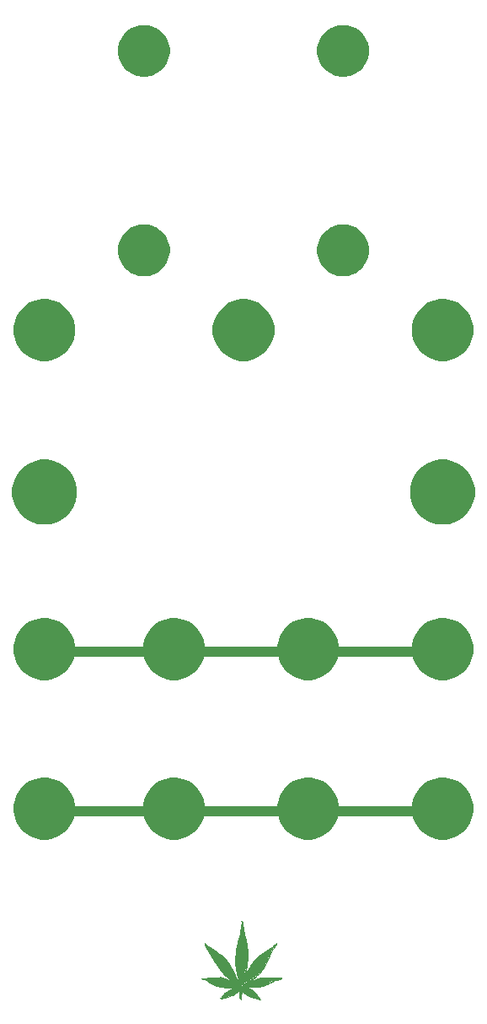
<source format=gbr>
G04 #@! TF.GenerationSoftware,KiCad,Pcbnew,(5.1.5-0)*
G04 #@! TF.CreationDate,2021-01-14T18:31:16-08:00*
G04 #@! TF.ProjectId,hypster,68797073-7465-4722-9e6b-696361645f70,rev?*
G04 #@! TF.SameCoordinates,Original*
G04 #@! TF.FileFunction,Soldermask,Top*
G04 #@! TF.FilePolarity,Negative*
%FSLAX46Y46*%
G04 Gerber Fmt 4.6, Leading zero omitted, Abs format (unit mm)*
G04 Created by KiCad (PCBNEW (5.1.5-0)) date 2021-01-14 18:31:16*
%MOMM*%
%LPD*%
G04 APERTURE LIST*
%ADD10C,1.000000*%
%ADD11C,0.100000*%
%ADD12C,0.000002*%
%ADD13C,0.001000*%
G04 APERTURE END LIST*
D10*
X9750000Y-356250000D02*
X49750000Y-356250000D01*
X10250000Y-340250000D02*
X50250000Y-340250000D01*
D11*
G36*
X30660400Y-373997650D02*
G01*
X31212850Y-374277050D01*
X31539875Y-374604075D01*
X31674813Y-374834263D01*
X31906588Y-375104138D01*
X31600200Y-375020000D01*
X31346200Y-374943800D01*
X31168400Y-374880300D01*
X30793750Y-374746950D01*
X30434975Y-374553275D01*
X30174625Y-374267525D01*
X30050800Y-374105600D01*
X30114300Y-374143700D01*
X30088900Y-374080200D01*
X30152400Y-373908750D01*
X30660400Y-373997650D01*
G37*
X30660400Y-373997650D02*
X31212850Y-374277050D01*
X31539875Y-374604075D01*
X31674813Y-374834263D01*
X31906588Y-375104138D01*
X31600200Y-375020000D01*
X31346200Y-374943800D01*
X31168400Y-374880300D01*
X30793750Y-374746950D01*
X30434975Y-374553275D01*
X30174625Y-374267525D01*
X30050800Y-374105600D01*
X30114300Y-374143700D01*
X30088900Y-374080200D01*
X30152400Y-373908750D01*
X30660400Y-373997650D01*
G36*
X29866650Y-374016700D02*
G01*
X29498350Y-374448500D01*
X29060200Y-374721550D01*
X28679200Y-374861250D01*
X27929900Y-375026350D01*
X28412500Y-374499300D01*
X28806200Y-374232600D01*
X29174500Y-374029400D01*
X29644400Y-373953200D01*
X29669800Y-373953200D01*
X29866650Y-374016700D01*
G37*
X29866650Y-374016700D02*
X29498350Y-374448500D01*
X29060200Y-374721550D01*
X28679200Y-374861250D01*
X27929900Y-375026350D01*
X28412500Y-374499300D01*
X28806200Y-374232600D01*
X29174500Y-374029400D01*
X29644400Y-373953200D01*
X29669800Y-373953200D01*
X29866650Y-374016700D01*
G36*
X33073400Y-372988000D02*
G01*
X33505200Y-373013400D01*
X34083207Y-373023943D01*
X33403600Y-373178500D01*
X32971800Y-373369000D01*
X32628900Y-373584900D01*
X32209800Y-373750000D01*
X31676400Y-373838900D01*
X31231900Y-373864300D01*
X30654050Y-373845250D01*
X30076200Y-373826200D01*
X30012700Y-373750000D01*
X30228600Y-373686500D01*
X30235585Y-373635700D01*
X30551815Y-373508700D01*
X31085850Y-373280100D01*
X31638300Y-373076900D01*
X32032000Y-372962600D01*
X32476500Y-372962600D01*
X33073400Y-372988000D01*
G37*
X33073400Y-372988000D02*
X33505200Y-373013400D01*
X34083207Y-373023943D01*
X33403600Y-373178500D01*
X32971800Y-373369000D01*
X32628900Y-373584900D01*
X32209800Y-373750000D01*
X31676400Y-373838900D01*
X31231900Y-373864300D01*
X30654050Y-373845250D01*
X30076200Y-373826200D01*
X30012700Y-373750000D01*
X30228600Y-373686500D01*
X30235585Y-373635700D01*
X30551815Y-373508700D01*
X31085850Y-373280100D01*
X31638300Y-373076900D01*
X32032000Y-372962600D01*
X32476500Y-372962600D01*
X33073400Y-372988000D01*
G36*
X33060700Y-370333700D02*
G01*
X32819400Y-370829000D01*
X32616200Y-371286200D01*
X32355850Y-371806900D01*
X32082800Y-372162500D01*
X31771650Y-372575250D01*
X31301750Y-372968950D01*
X30800100Y-373305500D01*
X29695200Y-373902400D01*
X29720600Y-373572200D01*
X30025400Y-373521400D01*
X30273050Y-373083250D01*
X30488950Y-372619700D01*
X30654050Y-372289500D01*
X30838200Y-371997400D01*
X31003300Y-371679900D01*
X31282700Y-371324300D01*
X31562100Y-371006800D01*
X31892300Y-370714700D01*
X32235200Y-370486100D01*
X32616200Y-370232100D01*
X33009900Y-369965400D01*
X33543300Y-369571700D01*
X33060700Y-370333700D01*
G37*
X33060700Y-370333700D02*
X32819400Y-370829000D01*
X32616200Y-371286200D01*
X32355850Y-371806900D01*
X32082800Y-372162500D01*
X31771650Y-372575250D01*
X31301750Y-372968950D01*
X30800100Y-373305500D01*
X29695200Y-373902400D01*
X29720600Y-373572200D01*
X30025400Y-373521400D01*
X30273050Y-373083250D01*
X30488950Y-372619700D01*
X30654050Y-372289500D01*
X30838200Y-371997400D01*
X31003300Y-371679900D01*
X31282700Y-371324300D01*
X31562100Y-371006800D01*
X31892300Y-370714700D01*
X32235200Y-370486100D01*
X32616200Y-370232100D01*
X33009900Y-369965400D01*
X33543300Y-369571700D01*
X33060700Y-370333700D01*
G36*
X30215900Y-368200100D02*
G01*
X30317500Y-368682700D01*
X30431800Y-369139900D01*
X30514350Y-369470100D01*
X30577850Y-369851100D01*
X30622300Y-370371800D01*
X30622300Y-370905200D01*
X30571500Y-371489400D01*
X30508000Y-372010100D01*
X30365125Y-372505400D01*
X30066675Y-373521400D01*
X29853950Y-373470600D01*
X29619000Y-372556200D01*
X29445962Y-371692600D01*
X29461837Y-370905200D01*
X29514225Y-370244800D01*
X29676150Y-369470100D01*
X29911100Y-368657300D01*
X30038100Y-367882600D01*
X30101600Y-367361900D01*
X30215900Y-368200100D01*
G37*
X30215900Y-368200100D02*
X30317500Y-368682700D01*
X30431800Y-369139900D01*
X30514350Y-369470100D01*
X30577850Y-369851100D01*
X30622300Y-370371800D01*
X30622300Y-370905200D01*
X30571500Y-371489400D01*
X30508000Y-372010100D01*
X30365125Y-372505400D01*
X30066675Y-373521400D01*
X29853950Y-373470600D01*
X29619000Y-372556200D01*
X29445962Y-371692600D01*
X29461837Y-370905200D01*
X29514225Y-370244800D01*
X29676150Y-369470100D01*
X29911100Y-368657300D01*
X30038100Y-367882600D01*
X30101600Y-367361900D01*
X30215900Y-368200100D01*
G36*
X26596400Y-369774900D02*
G01*
X26913900Y-370016200D01*
X27479050Y-370333700D01*
X28075950Y-370765500D01*
X28450600Y-371146500D01*
X28850650Y-371711650D01*
X29447550Y-372892750D01*
X29746000Y-373457900D01*
X29758700Y-373470600D01*
X29428500Y-373496000D01*
X29326900Y-373445200D01*
X28971300Y-373197550D01*
X28564900Y-372829250D01*
X28234700Y-372480000D01*
X27879100Y-372048200D01*
X27599700Y-371629100D01*
X27409200Y-371375100D01*
X27155200Y-370917900D01*
X26901200Y-370549600D01*
X26659900Y-370130500D01*
X26380500Y-369571700D01*
X26596400Y-369774900D01*
G37*
X26596400Y-369774900D02*
X26913900Y-370016200D01*
X27479050Y-370333700D01*
X28075950Y-370765500D01*
X28450600Y-371146500D01*
X28850650Y-371711650D01*
X29447550Y-372892750D01*
X29746000Y-373457900D01*
X29758700Y-373470600D01*
X29428500Y-373496000D01*
X29326900Y-373445200D01*
X28971300Y-373197550D01*
X28564900Y-372829250D01*
X28234700Y-372480000D01*
X27879100Y-372048200D01*
X27599700Y-371629100D01*
X27409200Y-371375100D01*
X27155200Y-370917900D01*
X26901200Y-370549600D01*
X26659900Y-370130500D01*
X26380500Y-369571700D01*
X26596400Y-369774900D01*
G36*
X28002925Y-372953075D02*
G01*
X28339475Y-373048325D01*
X28603000Y-373140400D01*
X29301500Y-373546800D01*
X29331980Y-373574740D01*
X29339600Y-373559500D01*
X29339600Y-373572200D01*
X29331980Y-373574740D01*
X29250700Y-373737300D01*
X29644400Y-373877000D01*
X29434850Y-373902400D01*
X29041150Y-373927800D01*
X28564900Y-373927800D01*
X28120400Y-373864300D01*
X27637800Y-373750000D01*
X27244100Y-373635700D01*
X26837700Y-373407100D01*
X26520200Y-373178500D01*
X26113800Y-373051500D01*
X26761500Y-373000700D01*
X27294900Y-372962600D01*
X27758450Y-372956250D01*
X28002925Y-372953075D01*
G37*
X28002925Y-372953075D02*
X28339475Y-373048325D01*
X28603000Y-373140400D01*
X29301500Y-373546800D01*
X29331980Y-373574740D01*
X29339600Y-373559500D01*
X29339600Y-373572200D01*
X29331980Y-373574740D01*
X29250700Y-373737300D01*
X29644400Y-373877000D01*
X29434850Y-373902400D01*
X29041150Y-373927800D01*
X28564900Y-373927800D01*
X28120400Y-373864300D01*
X27637800Y-373750000D01*
X27244100Y-373635700D01*
X26837700Y-373407100D01*
X26520200Y-373178500D01*
X26113800Y-373051500D01*
X26761500Y-373000700D01*
X27294900Y-372962600D01*
X27758450Y-372956250D01*
X28002925Y-372953075D01*
G36*
X30000000Y-373534100D02*
G01*
X29788862Y-373727775D01*
X30007937Y-373823025D01*
X30758825Y-374365950D01*
X30577850Y-374461200D01*
X30000000Y-374004000D01*
X30012700Y-375096200D01*
X29898400Y-374956500D01*
X29892050Y-374067500D01*
X29936500Y-374067500D01*
X29555500Y-373851600D01*
X29269750Y-373699200D01*
X29434850Y-373419800D01*
X30000000Y-373534100D01*
G37*
X30000000Y-373534100D02*
X29788862Y-373727775D01*
X30007937Y-373823025D01*
X30758825Y-374365950D01*
X30577850Y-374461200D01*
X30000000Y-374004000D01*
X30012700Y-375096200D01*
X29898400Y-374956500D01*
X29892050Y-374067500D01*
X29936500Y-374067500D01*
X29555500Y-373851600D01*
X29269750Y-373699200D01*
X29434850Y-373419800D01*
X30000000Y-373534100D01*
D12*
X29479586Y-371846968D02*
X29486414Y-371913404D01*
X26060628Y-373035206D02*
G75*
G02X26062745Y-373030474I8833J-1112D01*
G01*
X26062745Y-373030475D02*
G75*
G02X26067170Y-373027659I6961J-6056D01*
G01*
X26067171Y-373027659D02*
G75*
G02X26076272Y-373025641I21302J-74534D01*
G01*
X26119176Y-373019928D02*
X26076272Y-373025641D01*
X26175382Y-373014579D02*
X26119176Y-373019928D01*
X26249523Y-373009059D02*
X26175382Y-373014579D01*
X26350810Y-373002773D02*
X26249523Y-373009059D01*
X26464250Y-372995535D02*
X26350810Y-373002773D01*
X26555159Y-372988329D02*
X26464250Y-372995535D01*
X26635946Y-372980142D02*
X26555159Y-372988329D01*
X26717522Y-372969967D02*
X26635946Y-372980142D01*
X26795588Y-372960763D02*
X26717522Y-372969967D01*
X26894548Y-372951810D02*
X26795588Y-372960763D01*
X27002731Y-372943949D02*
X26894548Y-372951810D01*
X27110022Y-372938039D02*
X27002731Y-372943949D01*
X27158893Y-372935783D02*
X27110022Y-372938039D01*
X27228084Y-372932592D02*
X27158893Y-372935783D01*
X27303746Y-372929104D02*
X27228084Y-372932592D01*
X27375022Y-372925821D02*
X27303746Y-372929104D01*
X27542892Y-372918843D02*
X27375022Y-372925821D01*
X27717753Y-372913052D02*
X27542892Y-372918843D01*
X27891324Y-372908069D02*
X27717753Y-372913052D01*
X27891324Y-372908069D02*
G75*
G02X27900393Y-372910507I462J-16364D01*
G01*
X27903889Y-372911762D02*
G75*
G02X27900393Y-372910507I1209J8867D01*
G01*
X27919388Y-372913775D02*
X27903889Y-372911762D01*
X27937771Y-372915819D02*
X27919388Y-372913775D01*
X27958715Y-372917713D02*
X27937771Y-372915819D01*
X29470054Y-371737481D02*
X29472649Y-371767124D01*
X30612378Y-373897086D02*
X30657522Y-373900622D01*
X30563537Y-373893388D02*
X30612378Y-373897086D01*
X30518194Y-373890058D02*
X30563537Y-373893388D01*
X30485022Y-373887755D02*
X30518194Y-373890058D01*
X30453615Y-373885486D02*
X30485022Y-373887755D01*
X30414584Y-373882326D02*
X30453615Y-373885486D01*
X30374606Y-373878849D02*
X30414584Y-373882326D01*
X30340022Y-373875579D02*
X30374606Y-373878849D01*
X30278512Y-373870402D02*
X30340022Y-373875579D01*
X30226901Y-373868134D02*
X30278512Y-373870402D01*
X28831364Y-371630665D02*
X28702584Y-371423051D01*
X28960123Y-371860277D02*
X28831364Y-371630665D01*
X30263811Y-373894985D02*
X30225611Y-373887712D01*
X30301820Y-373901668D02*
X30263811Y-373894985D01*
X30327522Y-373905429D02*
X30301820Y-373901668D01*
X30327522Y-373905429D02*
G75*
G02X30415850Y-373921576I-96572J-777952D01*
G01*
X30542223Y-373954860D02*
X30415850Y-373921576D01*
X30681550Y-373997366D02*
X30542223Y-373954860D01*
X30815022Y-374044009D02*
X30681550Y-373997366D01*
X30858649Y-374061046D02*
X30815022Y-374044009D01*
X30904637Y-374080487D02*
X30858649Y-374061046D01*
X30952079Y-374101930D02*
X30904637Y-374080487D01*
X31000085Y-374124987D02*
X30952079Y-374101930D01*
X31000085Y-374124988D02*
G75*
G02X31152408Y-374212179I-639105J-1293158D01*
G01*
X29600081Y-372597260D02*
X29602098Y-372607528D01*
X32620021Y-371265299D02*
G75*
G02X32619743Y-371266562I-3003J0D01*
G01*
X32611209Y-371284952D02*
X32619743Y-371266562D01*
X32601523Y-371305632D02*
X32611209Y-371284952D01*
X32590022Y-371329870D02*
X32601523Y-371305632D01*
X32578521Y-371354146D02*
X32590022Y-371329870D01*
X32568834Y-371374951D02*
X32578521Y-371354146D01*
X32560385Y-371393329D02*
X32568834Y-371374951D01*
X32560021Y-371394995D02*
G75*
G02X32560385Y-371393329I3995J0D01*
G01*
X32560021Y-371394995D02*
G75*
G02X32559292Y-371398297I-7840J0D01*
G01*
X32520677Y-371481421D02*
X32559292Y-371398297D01*
X32477758Y-371573339D02*
X32520677Y-371481421D01*
X32427442Y-371680277D02*
X32477758Y-371573339D01*
X32404537Y-371728174D02*
X32427442Y-371680277D01*
X32376801Y-371784980D02*
X32404537Y-371728174D01*
X32347730Y-371843998D02*
X32376801Y-371784980D01*
X32347731Y-371843997D02*
G75*
G02X32345022Y-371847777I-12801J6311D01*
G01*
X32343589Y-371849614D02*
G75*
G02X32345022Y-371847777I8150J-4881D01*
G01*
X32340177Y-371855418D02*
X32343588Y-371849615D01*
X32336238Y-371862435D02*
X32340177Y-371855418D01*
X32332041Y-371870277D02*
X32336238Y-371862435D01*
X32323008Y-371887116D02*
X32332041Y-371870277D01*
X32312309Y-371906309D02*
X32323008Y-371887116D01*
X32301117Y-371925799D02*
X32312309Y-371906309D01*
X32290563Y-371943576D02*
X32301117Y-371925799D01*
X32286359Y-371950601D02*
X32290563Y-371943576D01*
X32279895Y-371961546D02*
X32286359Y-371950601D01*
X32272630Y-371973921D02*
X32279895Y-371961546D01*
X32265538Y-371986076D02*
X32272630Y-371973921D01*
X32265539Y-371986076D02*
G75*
G02X32176513Y-372124537I-1594117J927112D01*
G01*
X32060765Y-372278716D02*
X32176513Y-372124537D01*
X31929379Y-372435115D02*
X32060765Y-372278716D01*
X31792561Y-372580767D02*
X31929379Y-372435115D01*
X31792561Y-372580767D02*
G75*
G02X31512462Y-372838051I-2992746J2977019D01*
G01*
X31202444Y-373076945D02*
X31512462Y-372838051D01*
X30846530Y-373308868D02*
X31202444Y-373076945D01*
X30427522Y-373545384D02*
X30846530Y-373308868D01*
X30407210Y-373556206D02*
X30427522Y-373545384D01*
X30383256Y-373569049D02*
X30407210Y-373556206D01*
X30359541Y-373581825D02*
X30383256Y-373569049D01*
X30340022Y-373592411D02*
X30359541Y-373581825D01*
X30322766Y-373601769D02*
X30340022Y-373592411D01*
X30306062Y-373610749D02*
X30322766Y-373601769D01*
X30291782Y-373618359D02*
X30306062Y-373610749D01*
X30284097Y-373622337D02*
X30291782Y-373618359D01*
X30267847Y-373632144D02*
G75*
G02X30284097Y-373622337I73169J-102870D01*
G01*
X30251467Y-373645234D02*
G75*
G02X30267847Y-373632145I125077J-139731D01*
G01*
X30238112Y-373658375D02*
G75*
G02X30251467Y-373645234I145858J-134885D01*
G01*
X30235021Y-373666267D02*
G75*
G02X30238111Y-373658375I11624J0D01*
G01*
X30235871Y-373669781D02*
G75*
G02X30235022Y-373666267I6849J3514D01*
G01*
X30238155Y-373671737D02*
G75*
G02X30235870Y-373669780I1247J3768D01*
G01*
X30242397Y-373672198D02*
G75*
G02X30238155Y-373671737I-1044J10127D01*
G01*
X30249641Y-373671103D02*
G75*
G02X30242398Y-373672199I-15184J75919D01*
G01*
X30268149Y-373665366D02*
G75*
G02X30249641Y-373671104I-36945J86448D01*
G01*
X30328992Y-373639023D02*
X30268149Y-373665366D01*
X30396972Y-373608528D02*
X30328992Y-373639023D01*
X30465022Y-373576643D02*
X30396972Y-373608528D01*
X30488044Y-373565656D02*
X30465022Y-373576643D01*
X30513850Y-373553400D02*
X30488044Y-373565656D01*
X30538478Y-373541750D02*
X30513850Y-373553400D01*
X30557522Y-373532798D02*
X30538478Y-373541750D01*
X30577497Y-373523393D02*
X30557522Y-373532798D01*
X30605600Y-373510054D02*
X30577497Y-373523393D01*
X30636247Y-373495444D02*
X30605600Y-373510054D01*
X30665022Y-373481661D02*
X30636247Y-373495444D01*
X30719936Y-373455361D02*
X30665022Y-373481661D01*
X30761702Y-373435535D02*
X30719936Y-373455361D01*
X30796707Y-373419148D02*
X30761702Y-373435535D01*
X30830022Y-373403816D02*
X30796707Y-373419148D01*
X30865354Y-373387574D02*
X30830022Y-373403816D01*
X30931774Y-373356749D02*
X30865354Y-373387574D01*
X30999694Y-373325132D02*
X30931774Y-373356749D01*
X31047522Y-373302733D02*
X30999694Y-373325132D01*
X31194502Y-373234657D02*
X31047522Y-373302733D01*
X31345333Y-373166903D02*
X31194502Y-373234657D01*
X31483653Y-373106658D02*
X31345333Y-373166903D01*
X31590022Y-373062680D02*
X31483653Y-373106658D01*
X31643337Y-373041611D02*
X31590022Y-373062680D01*
X31678135Y-373028359D02*
X31643337Y-373041611D01*
X31707932Y-373017769D02*
X31678135Y-373028359D01*
X31742522Y-373006289D02*
X31707932Y-373017769D01*
X31801620Y-372988467D02*
X31742522Y-373006289D01*
X31863071Y-372972384D02*
X31801620Y-372988467D01*
X31924574Y-372958597D02*
X31863071Y-372972384D01*
X31983822Y-372947669D02*
X31924574Y-372958597D01*
X32025789Y-372941782D02*
X31983822Y-372947669D01*
X32061324Y-372938975D02*
X32025789Y-372941782D01*
X32105896Y-372938261D02*
X32061324Y-372938975D01*
X32186322Y-372939370D02*
X32105896Y-372938261D01*
X32243234Y-372940735D02*
X32186322Y-372939370D01*
X32301607Y-372942737D02*
X32243234Y-372940735D01*
X32353546Y-372945032D02*
X32301607Y-372942737D01*
X32387522Y-372947267D02*
X32353546Y-372945032D01*
X32418287Y-372949702D02*
X32387522Y-372947267D01*
X32457662Y-372952627D02*
X32418287Y-372949702D01*
X32498691Y-372955545D02*
X32457662Y-372952627D01*
X32535022Y-372957990D02*
X32498691Y-372955545D01*
X32572057Y-372960418D02*
X32535022Y-372957990D01*
X32615318Y-372963293D02*
X32572057Y-372960418D01*
X32657867Y-372966150D02*
X32615318Y-372963293D01*
X32692522Y-372968510D02*
X32657867Y-372966150D01*
X32745145Y-372970680D02*
X32692522Y-372968510D01*
X32937897Y-372973130D02*
X32745145Y-372970680D01*
X33166132Y-372975346D02*
X32937897Y-372973130D01*
X33422522Y-372976997D02*
X33166132Y-372975346D01*
X33760194Y-372978974D02*
X33422522Y-372976997D01*
X33946598Y-372980953D02*
X33760194Y-372978974D01*
X34075267Y-372983028D02*
X33946598Y-372980953D01*
X34075267Y-372983028D02*
G75*
G02X34088772Y-372986729I-500J-28318D01*
G01*
X34088772Y-372986728D02*
G75*
G02X34097766Y-372995160I-13045J-22929D01*
G01*
X34097766Y-372995160D02*
G75*
G02X34100023Y-373005412I-12281J-8079D01*
G01*
X34100023Y-373005413D02*
G75*
G02X34094871Y-373015674I-18220J2725D01*
G01*
X34094870Y-373015673D02*
G75*
G02X34083207Y-373023943I-29662J29474D01*
G01*
X34083208Y-373023944D02*
G75*
G02X34065174Y-373031131I-63623J133418D01*
G01*
X34000776Y-373051805D02*
X34065174Y-373031131D01*
X33938093Y-373071392D02*
X34000776Y-373051805D01*
X33902522Y-373081377D02*
X33938093Y-373071392D01*
X33773171Y-373118169D02*
X33902522Y-373081377D01*
X33598786Y-373175203D02*
X33773171Y-373118169D01*
X33419767Y-373238251D02*
X33598786Y-373175203D01*
X33272522Y-373295274D02*
X33419767Y-373238251D01*
X33149199Y-373348078D02*
X33272522Y-373295274D01*
X33003927Y-373414591D02*
X33149199Y-373348078D01*
X32862600Y-373482490D02*
X33003927Y-373414591D01*
X32752522Y-373539199D02*
X32862600Y-373482490D01*
X32618504Y-373610433D02*
X32752522Y-373539199D01*
X32533440Y-373652696D02*
X32618504Y-373610433D01*
X32458987Y-373685131D02*
X32533440Y-373652696D01*
X32367522Y-373720178D02*
X32458987Y-373685131D01*
X32292423Y-373747307D02*
X32367522Y-373720178D01*
X32252851Y-373760723D02*
X32292423Y-373747307D01*
X32213400Y-373772598D02*
X32252851Y-373760723D01*
X32140022Y-373793034D02*
X32213400Y-373772598D01*
X32020804Y-373822545D02*
X32140022Y-373793034D01*
X31883620Y-373850279D02*
X32020804Y-373822545D01*
X31745884Y-373873156D02*
X31883620Y-373850279D01*
X31625022Y-373887838D02*
X31745884Y-373873156D01*
X31601013Y-373890138D02*
X31625022Y-373887838D01*
X31566506Y-373893487D02*
X31601013Y-373890138D01*
X31528547Y-373897195D02*
X31566506Y-373893487D01*
X31492522Y-373900739D02*
X31528547Y-373897195D01*
X31358935Y-373908145D02*
X31492522Y-373900739D01*
X31086190Y-373909806D02*
X31358935Y-373908145D01*
X30813070Y-373907895D02*
X31086190Y-373909806D01*
X30657522Y-373900622D02*
X30813070Y-373907895D01*
X30184700Y-373867876D02*
X30226901Y-373868134D01*
X30180021Y-373872584D02*
G75*
G02X30184700Y-373867876I4709J-1D01*
G01*
X30181145Y-373874719D02*
G75*
G02X30180022Y-373872585I1466J2134D01*
G01*
X30185529Y-373877293D02*
G75*
G02X30181144Y-373874719I15819J31971D01*
G01*
X29110636Y-372138155D02*
X29094341Y-372108062D01*
X29121221Y-372157777D02*
X29110636Y-372138155D01*
X30511249Y-372533226D02*
X30464982Y-372630277D01*
X30596807Y-372362328D02*
X30511249Y-372533226D01*
X30683548Y-372191636D02*
X30596807Y-372362328D01*
X30724269Y-372116527D02*
X30683548Y-372191636D01*
X30738678Y-372091366D02*
X30724269Y-372116527D01*
X30749929Y-372071636D02*
X30738678Y-372091366D01*
X30759609Y-372054555D02*
X30749929Y-372071636D01*
X30769048Y-372037777D02*
X30759609Y-372054555D01*
X30775983Y-372025624D02*
X30769048Y-372037777D01*
X30787590Y-372005731D02*
X30775983Y-372025624D01*
X30800976Y-371982985D02*
X30787590Y-372005731D01*
X30814458Y-371960277D02*
X30800976Y-371982985D01*
X30827575Y-371938268D02*
X30814458Y-371960277D01*
X30839864Y-371917624D02*
X30827575Y-371938268D01*
X30850197Y-371900243D02*
X30839864Y-371917624D01*
X30854889Y-371892307D02*
X30850197Y-371900243D01*
X30899259Y-371820233D02*
X30854889Y-371892307D01*
X30962393Y-371723837D02*
X30899259Y-371820233D01*
X31029939Y-371624271D02*
X30962393Y-371723837D01*
X31089543Y-371540277D02*
X31029939Y-371624271D01*
X31146819Y-371463641D02*
X31089543Y-371540277D01*
X31217177Y-371373061D02*
X31146819Y-371463641D01*
X31284639Y-371288542D02*
X31217177Y-371373061D01*
X31327847Y-371237777D02*
X31284639Y-371288542D01*
X32635064Y-371231889D02*
X32644416Y-371211958D01*
X32627187Y-371248945D02*
X32635064Y-371231889D01*
X32620294Y-371264044D02*
X32627187Y-371248945D01*
X32620022Y-371265299D02*
G75*
G02X32620294Y-371264044I3026J0D01*
G01*
X29075985Y-372074222D02*
X29058037Y-372041194D01*
X29094341Y-372108062D02*
X29075985Y-372074222D01*
X31912904Y-375132618D02*
G75*
G02X31912962Y-375140934I-10582J-4233D01*
G01*
X31912961Y-375140934D02*
G75*
G02X31910571Y-375143771I-5287J2029D01*
G01*
X31910571Y-375143771D02*
G75*
G02X31905675Y-375145933I-11328J19028D01*
G01*
X31905675Y-375145934D02*
G75*
G02X31898837Y-375147326I-10822J35655D01*
G01*
X31898838Y-375147325D02*
G75*
G02X31890414Y-375147777I-8424J78322D01*
G01*
X30393609Y-372791378D02*
X30385721Y-372810277D01*
X30420843Y-372729384D02*
X30393609Y-372791378D01*
X30447720Y-372668594D02*
X30420843Y-372729384D01*
X30464982Y-372630277D02*
X30447720Y-372668594D01*
X31890414Y-375147778D02*
G75*
G02X31875921Y-375146825I0J110737D01*
G01*
X31875921Y-375146825D02*
G75*
G02X31863016Y-375143965I9971J75534D01*
G01*
X31863016Y-375143965D02*
G75*
G02X31846281Y-375137761I53575J170197D01*
G01*
X31815022Y-375124046D02*
X31846281Y-375137761D01*
X31751838Y-375097762D02*
X31815022Y-375124046D01*
X31685736Y-375074319D02*
X31751838Y-375097762D01*
X31614120Y-375052862D02*
X31685736Y-375074319D01*
X31534294Y-375032548D02*
X31614120Y-375052862D01*
X31397606Y-374999292D02*
X31534294Y-375032548D01*
X29130128Y-372174323D02*
X29121221Y-372157777D01*
X29140235Y-372193074D02*
X29130128Y-372174323D01*
X30253305Y-373136243D02*
X30244490Y-373156661D01*
X30263179Y-373112378D02*
X30253305Y-373136243D01*
X30274497Y-373084151D02*
X30263179Y-373112378D01*
X30287768Y-373050277D02*
X30274497Y-373084151D01*
X30293655Y-373035324D02*
X30287768Y-373050277D01*
X30300109Y-373019333D02*
X30293655Y-373035324D01*
X30306173Y-373004627D02*
X30300109Y-373019333D01*
X31152408Y-374212178D02*
G75*
G02X31290509Y-374315987I-743206J-1132487D01*
G01*
X31290509Y-374315987D02*
G75*
G02X31408604Y-374431641I-808447J-943632D01*
G01*
X31408604Y-374431641D02*
G75*
G02X31501099Y-374554225I-691614J-618042D01*
G01*
X31593113Y-374697827D02*
X31501099Y-374554225D01*
X31658325Y-374794131D02*
X31593113Y-374697827D01*
X31719278Y-374876381D02*
X31658325Y-374794131D01*
X31794380Y-374970045D02*
X31719278Y-374876381D01*
X31837947Y-375022822D02*
X31794380Y-374970045D01*
X31851771Y-375039809D02*
X31837947Y-375022822D01*
X31862079Y-375053035D02*
X31851771Y-375039809D01*
X29634498Y-369520277D02*
X29620636Y-369570269D01*
X30310691Y-372994082D02*
X30306173Y-373004627D01*
X30314264Y-372985606D02*
X30310691Y-372994082D01*
X30317281Y-372977667D02*
X30314264Y-372985606D01*
X30319553Y-372970959D02*
X30317281Y-372977667D01*
X30320021Y-372967966D02*
G75*
G02X30319553Y-372970959I-9805J0D01*
G01*
X30320021Y-372967965D02*
G75*
G02X30320501Y-372964968I9600J-1D01*
G01*
X30322848Y-372958209D02*
X30320501Y-372964968D01*
X30325958Y-372950210D02*
X30322848Y-372958209D01*
X30329642Y-372941661D02*
X30325958Y-372950210D01*
X30343866Y-372909784D02*
X30329642Y-372941661D01*
X30352969Y-372888632D02*
X30343866Y-372909784D01*
X30359166Y-372873491D02*
X30352969Y-372888632D01*
X30360007Y-372869082D02*
G75*
G02X30359166Y-372873491I-11749J-43D01*
G01*
X30360007Y-372869082D02*
G75*
G02X30360459Y-372866632I6738J25D01*
G01*
X30363194Y-372859786D02*
X30360459Y-372866632D01*
X30366707Y-372851673D02*
X30363194Y-372859786D01*
X30370874Y-372842777D02*
X30366707Y-372851673D01*
X30375330Y-372833430D02*
X30370874Y-372842777D01*
X30379723Y-372823949D02*
X30375330Y-372833430D01*
X30383495Y-372815577D02*
X30379723Y-372823949D01*
X30385721Y-372810277D02*
X30383495Y-372815577D01*
X31877281Y-375073316D02*
X31862079Y-375053035D01*
X31893683Y-375096689D02*
X31877281Y-375073316D01*
X31893683Y-375096690D02*
G75*
G02X31905528Y-375116666I-194982J-129113D01*
G01*
X31905528Y-375116666D02*
G75*
G02X31912903Y-375132618I-148143J-78170D01*
G01*
X31337272Y-371227192D02*
X31327847Y-371237777D01*
X31357031Y-371204856D02*
X31337272Y-371227192D01*
X31380430Y-371178361D02*
X31357031Y-371204856D01*
X31405193Y-371150277D02*
X31380430Y-371178361D01*
X31513704Y-371033304D02*
X31405193Y-371150277D01*
X31646053Y-370902079D02*
X31513704Y-371033304D01*
X31777297Y-370780085D02*
X31646053Y-370902079D01*
X31880250Y-370694220D02*
X31777297Y-370780085D01*
X31967428Y-370628727D02*
X31880250Y-370694220D01*
X32046415Y-370573278D02*
X31967428Y-370628727D01*
X32148457Y-370506351D02*
X32046415Y-370573278D01*
X32327522Y-370392769D02*
X32148457Y-370506351D01*
X32389629Y-370353344D02*
X32327522Y-370392769D01*
X32456365Y-370310469D02*
X32389629Y-370353344D01*
X32517965Y-370270471D02*
X32456365Y-370310469D01*
X32562522Y-370240991D02*
X32517965Y-370270471D01*
X32697222Y-370149298D02*
X32562522Y-370240991D01*
X32820866Y-370062251D02*
X32697222Y-370149298D01*
X32968690Y-369954774D02*
X32820866Y-370062251D01*
X33190022Y-369790957D02*
X32968690Y-369954774D01*
X33233928Y-369758350D02*
X33190022Y-369790957D01*
X33276959Y-369726446D02*
X33233928Y-369758350D01*
X33314011Y-369699020D02*
X33276959Y-369726446D01*
X33335022Y-369683543D02*
X33314011Y-369699020D01*
X33351209Y-369671646D02*
X33335022Y-369683543D01*
X33368850Y-369658643D02*
X33351209Y-369671646D01*
X33385320Y-369646471D02*
X33368850Y-369658643D01*
X33397522Y-369637414D02*
X33385320Y-369646471D01*
X33437477Y-369609270D02*
X33397522Y-369637414D01*
X33492952Y-369573208D02*
X33437477Y-369609270D01*
X33549438Y-369537759D02*
X33492952Y-369573208D01*
X33549438Y-369537760D02*
G75*
G02X33564761Y-369531269I28471J-45884D01*
G01*
X33564761Y-369531268D02*
G75*
G02X33577504Y-369529947I10974J-43717D01*
G01*
X33577504Y-369529947D02*
G75*
G02X33584070Y-369534069I-305J-7776D01*
G01*
X33584070Y-369534070D02*
G75*
G02X33584527Y-369542656I-8997J-4784D01*
G01*
X33584527Y-369542655D02*
G75*
G02X33577667Y-369555539I-63438J25510D01*
G01*
X33565329Y-369572507D02*
X33577667Y-369555539D01*
X33545976Y-369596851D02*
X33565329Y-369572507D01*
X33526429Y-369620518D02*
X33545976Y-369596851D01*
X33526429Y-369620517D02*
G75*
G02X33516963Y-369630277I-72727J61071D01*
G01*
X33499895Y-369648072D02*
G75*
G02X33516963Y-369630277I123500J-101373D01*
G01*
X33445948Y-369714257D02*
X33499895Y-369648072D01*
X33391922Y-369781904D02*
X33445948Y-369714257D01*
X33351038Y-369835277D02*
X33391922Y-369781904D01*
X33274034Y-369943698D02*
X33351038Y-369835277D01*
X33213980Y-370039678D02*
X33274034Y-369943698D01*
X33148409Y-370160452D02*
X33213980Y-370039678D01*
X33045463Y-370365277D02*
X33148409Y-370160452D01*
X33012314Y-370432396D02*
X33045463Y-370365277D01*
X32982337Y-370493418D02*
X33012314Y-370432396D01*
X32957300Y-370544652D02*
X32982337Y-370493418D01*
X32948740Y-370562777D02*
X32957300Y-370544652D01*
X32933870Y-370594997D02*
X32948740Y-370562777D01*
X32898656Y-370670485D02*
X32933870Y-370594997D01*
X32863434Y-370745815D02*
X32898656Y-370670485D01*
X32842505Y-370790277D02*
X32863434Y-370745815D01*
X32836270Y-370803483D02*
X32842505Y-370790277D01*
X32826572Y-370824090D02*
X32836270Y-370803483D01*
X32815623Y-370847387D02*
X32826572Y-370824090D01*
X32804881Y-370870277D02*
X32815623Y-370847387D01*
X32752656Y-370981614D02*
X32804881Y-370870277D01*
X32705466Y-371082138D02*
X32752656Y-370981614D01*
X32666565Y-371164935D02*
X32705466Y-371082138D01*
X32644416Y-371211958D02*
X32666565Y-371164935D01*
X29456089Y-370520173D02*
X29450432Y-370597777D01*
X29491414Y-370184273D02*
X29489359Y-370201746D01*
X29499812Y-372025277D02*
X29502112Y-372041881D01*
X27220022Y-373654199D02*
X27285345Y-373681444D01*
X27172193Y-373632386D02*
X27220022Y-373654199D01*
X27096008Y-373595116D02*
X27172193Y-373632386D01*
X27013874Y-373554229D02*
X27096008Y-373595116D01*
X27958715Y-372917712D02*
G75*
G02X28037077Y-372927867I-68767J-838110D01*
G01*
X28134167Y-372947547D02*
X28037077Y-372927867D01*
X28238541Y-372973880D02*
X28134167Y-372947547D01*
X28340022Y-373004629D02*
X28238541Y-372973880D01*
X28411345Y-373028648D02*
X28340022Y-373004629D01*
X28462918Y-373047344D02*
X28411345Y-373028648D01*
X28514767Y-373068060D02*
X28462918Y-373047344D01*
X28587522Y-373098978D02*
X28514767Y-373068060D01*
X28636095Y-373121297D02*
X28587522Y-373098978D01*
X28722054Y-373163707D02*
X28636095Y-373121297D01*
X28807800Y-373207003D02*
X28722054Y-373163707D01*
X28857522Y-373233724D02*
X28807800Y-373207003D01*
X28874485Y-373243290D02*
X28857522Y-373233724D01*
X28892381Y-373253359D02*
X28874485Y-373243290D01*
X28908665Y-373262503D02*
X28892381Y-373253359D01*
X28920022Y-373268855D02*
X28908665Y-373262503D01*
X28967579Y-373296350D02*
X28920022Y-373268855D01*
X29029264Y-373333880D02*
X28967579Y-373296350D01*
X29094127Y-373374579D02*
X29029264Y-373333880D01*
X29152522Y-373412529D02*
X29094127Y-373374579D01*
X29269621Y-373489782D02*
X29152522Y-373412529D01*
X29284217Y-373492895D02*
G75*
G02X29269621Y-373489782I-3296J20324D01*
G01*
X29285880Y-373486626D02*
G75*
G02X29284217Y-373492894I-2231J-2763D01*
G01*
X29186635Y-373406997D02*
X29285879Y-373486626D01*
X29076355Y-373318615D02*
X29186635Y-373406997D01*
X28955655Y-373221064D02*
X29076355Y-373318615D01*
X28846190Y-373132022D02*
X28955655Y-373221064D01*
X28797522Y-373091366D02*
X28846190Y-373132022D01*
X28560218Y-372878564D02*
X28797522Y-373091366D01*
X28331976Y-372653889D02*
X28560218Y-372878564D01*
X28126302Y-372431368D02*
X28331976Y-372653889D01*
X27957522Y-372225413D02*
X28126302Y-372431368D01*
X27947035Y-372211730D02*
X27957522Y-372225413D01*
X27930933Y-372190881D02*
X27947035Y-372211730D01*
X27912804Y-372167489D02*
X27930933Y-372190881D01*
X27895094Y-372144720D02*
X27912804Y-372167489D01*
X27850771Y-372086679D02*
X27895094Y-372144720D01*
X27798022Y-372015362D02*
X27850771Y-372086679D01*
X27743294Y-371939659D02*
X27798022Y-372015362D01*
X27692611Y-371867777D02*
X27743294Y-371939659D01*
X27615794Y-371755183D02*
X27692611Y-371867777D01*
X27503314Y-371586047D02*
X27615794Y-371755183D01*
X27392960Y-371418079D02*
X27503314Y-371586047D01*
X27327810Y-371315811D02*
X27392960Y-371418079D01*
X27312852Y-371291839D02*
X27327810Y-371315811D01*
X27293501Y-371261028D02*
X27312852Y-371291839D01*
X27273210Y-371228853D02*
X27293501Y-371261028D01*
X27255098Y-371200277D02*
X27273210Y-371228853D01*
X27232466Y-371164465D02*
X27255098Y-371200277D01*
X27194344Y-371103699D02*
X27232466Y-371164465D01*
X27150478Y-371033586D02*
X27194344Y-371103699D01*
X27106299Y-370962777D02*
X27150478Y-371033586D01*
X27063762Y-370894522D02*
X27106299Y-370962777D01*
X27024866Y-370832137D02*
X27063762Y-370894522D01*
X26992249Y-370779846D02*
X27024866Y-370832137D01*
X26980010Y-370760277D02*
X26992249Y-370779846D01*
X26937630Y-370691590D02*
X26980010Y-370760277D01*
X26867790Y-370576106D02*
X26937630Y-370691590D01*
X26797729Y-370459490D02*
X26867790Y-370576106D01*
X26772165Y-370415277D02*
X26797729Y-370459490D01*
X26769328Y-370410248D02*
X26772165Y-370415277D01*
X26765217Y-370403074D02*
X26769328Y-370410248D01*
X26760674Y-370395211D02*
X26765217Y-370403074D01*
X26756342Y-370387777D02*
X26760674Y-370395211D01*
X26727044Y-370337083D02*
X26756342Y-370387777D01*
X26668968Y-370235057D02*
X26727044Y-370337083D01*
X26610346Y-370131702D02*
X26668968Y-370235057D01*
X26588754Y-370092777D02*
X26610346Y-370131702D01*
X26579351Y-370075536D02*
X26588754Y-370092777D01*
X26567835Y-370054543D02*
X26579351Y-370075536D01*
X26556140Y-370033314D02*
X26567835Y-370054543D01*
X26546150Y-370015277D02*
X26556140Y-370033314D01*
X26517394Y-369960797D02*
X26546150Y-370015277D01*
X26462647Y-369850518D02*
X26517394Y-369960797D01*
X26402078Y-369727345D02*
X26462647Y-369850518D01*
X26402079Y-369727345D02*
G75*
G02X26400022Y-369718491I18028J8854D01*
G01*
X26399530Y-369715636D02*
G75*
G02X26400022Y-369718491I-8045J-2855D01*
G01*
X26397209Y-369709477D02*
X26399530Y-369715636D01*
X26394113Y-369702210D02*
X26397209Y-369709477D01*
X26390446Y-369694500D02*
X26394113Y-369702210D01*
X26390446Y-369694500D02*
G75*
G02X26375567Y-369660779I353949J176315D01*
G01*
X26362376Y-369622674D02*
X26375567Y-369660779D01*
X26352797Y-369587022D02*
X26362376Y-369622674D01*
X26352798Y-369587021D02*
G75*
G02X26350022Y-369562709I105091J24312D01*
G01*
X26350022Y-369562709D02*
G75*
G02X26352313Y-369551889I26694J0D01*
G01*
X26352313Y-369551889D02*
G75*
G02X26358734Y-369543767I19006J-8428D01*
G01*
X26358734Y-369543767D02*
G75*
G02X26368045Y-369539963I11741J-15439D01*
G01*
X26368045Y-369539963D02*
G75*
G02X26378409Y-369541121I2783J-22042D01*
G01*
X29299378Y-373499505D02*
G75*
G02X29307816Y-373505118I-42084J-72409D01*
G01*
X29293690Y-373498010D02*
G75*
G02X29299378Y-373499505I137J-11046D01*
G01*
X29292163Y-373500169D02*
G75*
G02X29293690Y-373498010I1547J525D01*
G01*
X29295021Y-373505277D02*
G75*
G02X29292163Y-373500169I12406J10295D01*
G01*
X29298004Y-373508135D02*
G75*
G02X29295022Y-373505277I10995J14458D01*
G01*
X29301808Y-373510528D02*
G75*
G02X29298004Y-373508136I11528J22553D01*
G01*
X29305813Y-373512133D02*
G75*
G02X29301808Y-373510528I6762J22671D01*
G01*
X29309384Y-373512619D02*
G75*
G02X29305813Y-373512133I-229J11691D01*
G01*
X29313439Y-373512263D02*
G75*
G02X29309384Y-373512618I-4642J29680D01*
G01*
X29314221Y-373511131D02*
G75*
G02X29313438Y-373512263I-929J-194D01*
G01*
X29313100Y-373509282D02*
G75*
G02X29314221Y-373511131I-2062J-2515D01*
G01*
X29307816Y-373505118D02*
X29313100Y-373509282D01*
X30082574Y-367319496D02*
G75*
G02X30091771Y-367310571I24520J-16067D01*
G01*
X30091771Y-367310571D02*
G75*
G02X30102879Y-367307745I10107J-16484D01*
G01*
X30102879Y-367307745D02*
G75*
G02X30113607Y-367311707I-996J-19203D01*
G01*
X30113606Y-367311707D02*
G75*
G02X30121759Y-367321527I-17650J-22947D01*
G01*
X30121760Y-367321527D02*
G75*
G02X30133695Y-367354885I-124673J-63421D01*
G01*
X30149153Y-367430779D02*
X30133695Y-367354885D01*
X30166249Y-367530893D02*
X30149153Y-367430779D01*
X30184771Y-367657777D02*
X30166249Y-367530893D01*
X30189195Y-367689649D02*
X30184771Y-367657777D01*
X30193664Y-367721324D02*
X30189195Y-367689649D01*
X30197609Y-367748853D02*
X30193664Y-367721324D01*
X30200058Y-367765277D02*
X30197609Y-367748853D01*
X30202198Y-367779274D02*
X30200058Y-367765277D01*
X30204846Y-367796746D02*
X30202198Y-367779274D01*
X30207550Y-367814693D02*
X30204846Y-367796746D01*
X30209879Y-367830277D02*
X30207550Y-367814693D01*
X30250474Y-368095675D02*
X30209879Y-367830277D01*
X30282146Y-368283530D02*
X30250474Y-368095675D01*
X30312899Y-368441341D02*
X30282146Y-368283530D01*
X30349454Y-368605379D02*
X30312899Y-368441341D01*
X30374492Y-368708731D02*
X30349454Y-368605379D01*
X30406786Y-368836990D02*
X30374492Y-368708731D01*
X30438947Y-368962230D02*
X30406786Y-368836990D01*
X30449546Y-368997777D02*
X30438947Y-368962230D01*
X30451577Y-369004390D02*
X30449546Y-368997777D01*
X30454324Y-369014684D02*
X30451577Y-369004390D01*
X30457226Y-369026332D02*
X30454324Y-369014684D01*
X30459866Y-369037777D02*
X30457226Y-369026332D01*
X30462509Y-369049406D02*
X30459866Y-369037777D01*
X30465418Y-369061606D02*
X30462509Y-369049406D01*
X30468167Y-369072654D02*
X30465418Y-369061606D01*
X30470219Y-369080277D02*
X30468167Y-369072654D01*
X30491211Y-369161306D02*
X30470219Y-369080277D01*
X30520319Y-369289530D02*
X30491211Y-369161306D01*
X30547583Y-369417148D02*
X30520319Y-369289530D01*
X30560471Y-369490277D02*
X30547583Y-369417148D01*
X30562659Y-369504272D02*
X30560471Y-369490277D01*
X30565675Y-369521746D02*
X30562659Y-369504272D01*
X30568972Y-369539692D02*
X30565675Y-369521746D01*
X30572053Y-369555277D02*
X30568972Y-369539692D01*
X30583969Y-369621401D02*
X30572053Y-369555277D01*
X30598521Y-369720705D02*
X30583969Y-369621401D01*
X30613047Y-369832002D02*
X30598521Y-369720705D01*
X30625375Y-369940277D02*
X30613047Y-369832002D01*
X30633692Y-370027355D02*
X30625375Y-369940277D01*
X30641238Y-370123355D02*
X30633692Y-370027355D01*
X30649412Y-370246795D02*
X30641238Y-370123355D01*
X30659993Y-370425277D02*
X30649412Y-370246795D01*
X30664428Y-370561801D02*
X30659993Y-370425277D01*
X30663207Y-370723699D02*
X30664428Y-370561801D01*
D13*
X30656205Y-370930188D02*
X30663207Y-370723699D01*
X30642243Y-371210277D02*
X30656205Y-370930188D01*
D12*
X30638309Y-371263260D02*
X30642243Y-371210277D01*
X30629073Y-371357488D02*
X30638309Y-371263260D01*
X30618702Y-371454897D02*
X30629073Y-371357488D01*
X30609856Y-371527777D02*
X30618702Y-371454897D01*
X30607613Y-371545020D02*
X30609856Y-371527777D01*
X30604937Y-371566012D02*
X30607613Y-371545020D01*
X30602271Y-371587241D02*
X30604937Y-371566012D01*
X30600050Y-371605277D02*
X30602271Y-371587241D01*
X30597806Y-371622962D02*
X30600050Y-371605277D01*
X30595075Y-371643074D02*
X30597806Y-371622962D01*
X30592299Y-371662476D02*
X30595075Y-371643074D01*
X30589942Y-371677777D02*
X30592299Y-371662476D01*
X30587622Y-371692744D02*
X30589942Y-371677777D01*
X30584972Y-371711012D02*
X30587622Y-371692744D01*
X30582418Y-371729518D02*
X30584972Y-371711012D01*
X30580389Y-371745277D02*
X30582418Y-371729518D01*
X30561335Y-371867675D02*
X30580389Y-371745277D01*
X30521650Y-372069623D02*
X30561335Y-371867675D01*
X30478766Y-372271371D02*
X30521650Y-372069623D01*
X30447485Y-372395277D02*
X30478766Y-372271371D01*
X30444512Y-372405948D02*
X30447485Y-372395277D01*
X30441467Y-372417340D02*
X30444512Y-372405948D01*
X30438776Y-372427807D02*
X30441467Y-372417340D01*
X30436995Y-372435277D02*
X30438776Y-372427807D01*
X30427390Y-372473770D02*
X30436995Y-372435277D01*
X30397648Y-372581388D02*
X30427390Y-372473770D01*
X30367938Y-372687284D02*
X30397648Y-372581388D01*
X30350778Y-372745277D02*
X30367938Y-372687284D01*
X30346460Y-372759274D02*
X30350778Y-372745277D01*
X30341080Y-372776746D02*
X30346460Y-372759274D01*
X30335561Y-372794693D02*
X30341080Y-372776746D01*
X30330776Y-372810277D02*
X30335561Y-372794693D01*
X30313681Y-372864093D02*
X30330776Y-372810277D01*
X30282504Y-372958295D02*
X30313681Y-372864093D01*
X30249871Y-373055470D02*
X30282504Y-372958295D01*
X30224966Y-373127777D02*
X30249871Y-373055470D01*
X30214918Y-373156638D02*
X30224966Y-373127777D01*
X30205745Y-373183387D02*
X30214918Y-373156638D01*
X30198156Y-373205862D02*
X30205745Y-373183387D01*
X30195217Y-373215277D02*
X30198156Y-373205862D01*
X30192515Y-373224002D02*
X30195217Y-373215277D01*
X30186887Y-373240861D02*
X30192515Y-373224002D01*
X30180133Y-373260670D02*
X30186887Y-373240861D01*
X30172951Y-373281307D02*
X30180133Y-373260670D01*
X30155426Y-373334707D02*
X30172951Y-373281307D01*
X30155298Y-373354677D02*
G75*
G02X30155426Y-373334707I33535J9771D01*
G01*
X30162456Y-373355327D02*
G75*
G02X30155299Y-373354677I-3451J1730D01*
G01*
X30182120Y-373312777D02*
X30162455Y-373355327D01*
X30188098Y-373298783D02*
X30182120Y-373312777D01*
X30194664Y-373283598D02*
X30188098Y-373298783D01*
X30200839Y-373269472D02*
X30194664Y-373283598D01*
X30205464Y-373259082D02*
X30200839Y-373269472D01*
X30209124Y-373250664D02*
X30205464Y-373259082D01*
X30212214Y-373242904D02*
X30209124Y-373250664D01*
X30214584Y-373236362D02*
X30212214Y-373242904D01*
X30215021Y-373233771D02*
G75*
G02X30214584Y-373236362I-7897J0D01*
G01*
X30215021Y-373233771D02*
G75*
G02X30215482Y-373231197I7424J0D01*
G01*
X30217959Y-373224785D02*
X30215482Y-373231197D01*
X30221191Y-373217186D02*
X30217959Y-373224785D01*
X30225022Y-373208958D02*
X30221191Y-373217186D01*
X30228851Y-373200659D02*
X30225022Y-373208958D01*
X30232084Y-373192840D02*
X30228851Y-373200659D01*
X30234508Y-373186216D02*
X30232084Y-373192840D01*
X30235021Y-373183153D02*
G75*
G02X30234508Y-373186216I-9398J0D01*
G01*
X30235022Y-373183153D02*
G75*
G02X30235503Y-373180064I10154J0D01*
G01*
X30237803Y-373173264D02*
X30235503Y-373180064D01*
X30240864Y-373165223D02*
X30237803Y-373173264D01*
X30244490Y-373156661D02*
X30240864Y-373165223D01*
X29014682Y-371958855D02*
X29010103Y-371950347D01*
X29014682Y-371958855D02*
G75*
G02X29015022Y-371960212I-2538J-1357D01*
G01*
X29004695Y-371940555D02*
X28998277Y-371929295D01*
X29010103Y-371950347D02*
X29004695Y-371940555D01*
X27013874Y-373554228D02*
G75*
G02X27005022Y-373547537I13556J27135D01*
G01*
X27003092Y-373545897D02*
G75*
G02X27005022Y-373547537I-5453J-8377D01*
G01*
X26995912Y-373541285D02*
X27003091Y-373545898D01*
X26987281Y-373535930D02*
X26995912Y-373541285D01*
X26977522Y-373530101D02*
X26987281Y-373535930D01*
X26967356Y-373524103D02*
X26977522Y-373530101D01*
X26957487Y-373518234D02*
X26967356Y-373524103D01*
X26949047Y-373513177D02*
X26957487Y-373518234D01*
X26944424Y-373510341D02*
X26949047Y-373513177D01*
X26940259Y-373507797D02*
X26944424Y-373510341D01*
X26934094Y-373504150D02*
X26940259Y-373507797D01*
X26927233Y-373500155D02*
X26934094Y-373504150D01*
X26920629Y-373496375D02*
X26927233Y-373500155D01*
X26920629Y-373496375D02*
G75*
G02X26910474Y-373489975I63669J112281D01*
G01*
X26882016Y-373470005D02*
X26910474Y-373489975D01*
X26848261Y-373445940D02*
X26882016Y-373470005D01*
X26811226Y-373419103D02*
X26848261Y-373445940D01*
X26633114Y-373296773D02*
X26811226Y-373419103D01*
X26486099Y-373213678D02*
G75*
G02X26633114Y-373296773I-631554J-1288984D01*
G01*
X26326951Y-373146610D02*
G75*
G02X26486098Y-373213679I-510715J-1434241D01*
G01*
X26108826Y-373074954D02*
X26326951Y-373146611D01*
X26076926Y-373065042D02*
X26108826Y-373074954D01*
X26076927Y-373065042D02*
G75*
G02X26066329Y-373060106I14167J44263D01*
G01*
X26066329Y-373060106D02*
G75*
G02X26061681Y-373054159I5938J9430D01*
G01*
X26061681Y-373054159D02*
G75*
G02X26060076Y-373044254I30438J10015D01*
G01*
X26060076Y-373044254D02*
G75*
G02X26060628Y-373035206I70514J241D01*
G01*
X31285632Y-374969595D02*
X31397606Y-374999292D01*
X31198054Y-374943690D02*
X31285632Y-374969595D01*
X31198055Y-374943690D02*
G75*
G02X31142522Y-374923101I169046J541143D01*
G01*
X31137486Y-374921027D02*
X31142522Y-374923101D01*
X31130318Y-374918265D02*
X31137486Y-374921027D01*
X31122455Y-374915344D02*
X31130318Y-374918265D01*
X31115022Y-374912696D02*
X31122455Y-374915344D01*
X31107177Y-374909863D02*
X31115022Y-374912696D01*
X31098034Y-374906363D02*
X31107177Y-374909863D01*
X31089059Y-374902778D02*
X31098034Y-374906363D01*
X31081766Y-374899691D02*
X31089059Y-374902778D01*
X31075511Y-374897043D02*
X31081766Y-374899691D01*
X31069752Y-374894808D02*
X31075511Y-374897043D01*
X31064899Y-374893092D02*
X31069752Y-374894808D01*
X31062993Y-374892777D02*
G75*
G02X31064899Y-374893092I0J-5933D01*
G01*
X31062993Y-374892778D02*
G75*
G02X31059189Y-374892029I0J10037D01*
G01*
X30964667Y-374853305D02*
X31059189Y-374892029D01*
X30881032Y-374818860D02*
X30964667Y-374853305D01*
X30835022Y-374799343D02*
X30881032Y-374818860D01*
X30784226Y-374776283D02*
X30835022Y-374799343D01*
X30714035Y-374742512D02*
X30784226Y-374776283D01*
X30646005Y-374708811D02*
X30714035Y-374742512D01*
X30610022Y-374689386D02*
X30646005Y-374708811D01*
X30584250Y-374674488D02*
X30610022Y-374689386D01*
X30565712Y-374663819D02*
X30584250Y-374674488D01*
X30552040Y-374656010D02*
X30565712Y-374663819D01*
X30542522Y-374650665D02*
X30552040Y-374656010D01*
X30502423Y-374626144D02*
X30542522Y-374650665D01*
X30452352Y-374591071D02*
X30502423Y-374626144D01*
X30399465Y-374550893D02*
X30452352Y-374591071D01*
X30350022Y-374510105D02*
X30399465Y-374550893D01*
X30350022Y-374510106D02*
G75*
G02X30270238Y-374433873I695822J808099D01*
G01*
X30270238Y-374433873D02*
G75*
G02X30198595Y-374349661I781638J737557D01*
G01*
X30198596Y-374349661D02*
G75*
G02X30135002Y-374257259I878955J673003D01*
G01*
X30135001Y-374257258D02*
G75*
G02X30079292Y-374156527I1044989J643704D01*
G01*
X30066672Y-374132136D02*
X30079292Y-374156527D01*
X30058836Y-374121479D02*
G75*
G02X30066672Y-374132136I-34612J-33661D01*
G01*
X30052757Y-374119559D02*
G75*
G02X30058835Y-374121478I1254J-6611D01*
G01*
X30047112Y-374123439D02*
G75*
G02X30052758Y-374119558I7228J-4468D01*
G01*
X30045653Y-374128424D02*
G75*
G02X30047112Y-374123440I9773J-154D01*
G01*
X30043420Y-374271549D02*
X30045654Y-374128424D01*
X30041301Y-374431187D02*
X30043420Y-374271549D01*
X30039456Y-374619690D02*
X30041301Y-374431187D01*
X30037665Y-374808576D02*
X30039456Y-374619690D01*
X30035717Y-374969472D02*
X30037665Y-374808576D01*
X30033721Y-375112425D02*
X30035717Y-374969472D01*
X30033721Y-375112424D02*
G75*
G02X30032565Y-375121527I-41009J581D01*
G01*
X30032565Y-375121527D02*
G75*
G02X30031012Y-375125830I-20606J5007D01*
G01*
X30031011Y-375125830D02*
G75*
G02X30028627Y-375129473I-15676J7660D01*
G01*
X30028628Y-375129473D02*
G75*
G02X30025815Y-375131944I-9855J8380D01*
G01*
X30025814Y-375131943D02*
G75*
G02X30022998Y-375132777I-2816J4339D01*
G01*
X30022998Y-375132778D02*
G75*
G02X30018527Y-375131046I0J6637D01*
G01*
X29995478Y-375109837D02*
X30018527Y-375131046D01*
X29969013Y-375084616D02*
X29995478Y-375109837D01*
X29938906Y-375054683D02*
X29969013Y-375084616D01*
X29861648Y-374976588D02*
X29938906Y-375054683D01*
X29858335Y-374676359D02*
X29861648Y-374976588D01*
X29857066Y-374551023D02*
X29858335Y-374676359D01*
X29855995Y-374422704D02*
X29857066Y-374551023D01*
X29855237Y-374308674D02*
X29855995Y-374422704D01*
X29855022Y-374234454D02*
X29855237Y-374308674D01*
X29854720Y-374173849D02*
X29855022Y-374234454D01*
X29853728Y-374129717D02*
X29854720Y-374173849D01*
X29852369Y-374094990D02*
X29853728Y-374129717D01*
X29850060Y-374092777D02*
G75*
G02X29852369Y-374094990I-1J-2312D01*
G01*
X29847054Y-374094088D02*
G75*
G02X29850059Y-374092777I3005J-2787D01*
G01*
X29836630Y-374105560D02*
X29847055Y-374094089D01*
X29824618Y-374119615D02*
X29836630Y-374105560D01*
X29811309Y-374136292D02*
X29824618Y-374119615D01*
X29719679Y-374246929D02*
X29811309Y-374136292D01*
X29621336Y-374351497D02*
X29719679Y-374246929D01*
X29522618Y-374443723D02*
X29621336Y-374351497D01*
X29522618Y-374443723D02*
G75*
G02X29430022Y-374516907I-785138J898227D01*
G01*
X29293872Y-374607727D02*
X29430022Y-374516907D01*
X29160543Y-374684003D02*
X29293872Y-374607727D01*
X29020115Y-374750989D02*
X29160543Y-374684003D01*
X28862522Y-374813854D02*
X29020115Y-374750989D01*
X28806592Y-374833017D02*
X28862522Y-374813854D01*
X28714001Y-374862067D02*
X28806592Y-374833017D01*
X28620530Y-374890489D02*
X28714001Y-374862067D01*
X28620531Y-374890489D02*
G75*
G02X28585022Y-374899348I-111894J372905D01*
G01*
X28575788Y-374901427D02*
X28585022Y-374899348D01*
X28526256Y-374913853D02*
X28575788Y-374901427D01*
X28468574Y-374928414D02*
X28526256Y-374913853D01*
X28402522Y-374945214D02*
X28468574Y-374928414D01*
X28335223Y-374962309D02*
X28402522Y-374945214D01*
X28273647Y-374977802D02*
X28335223Y-374962309D01*
X28222000Y-374990673D02*
X28273647Y-374977802D01*
X28202522Y-374995258D02*
X28222000Y-374990673D01*
X28189392Y-374998201D02*
X28202522Y-374995258D01*
X28174725Y-375001527D02*
X28189392Y-374998201D01*
X28160765Y-375004724D02*
X28174725Y-375001527D01*
X28150022Y-375007222D02*
X28160765Y-375004724D01*
X28126495Y-375012411D02*
X28150022Y-375007222D01*
X28069890Y-375024006D02*
X28126495Y-375012411D01*
X28006655Y-375036751D02*
X28069890Y-375024006D01*
X27946570Y-375048613D02*
X28006655Y-375036751D01*
X27930754Y-375051291D02*
X27946570Y-375048613D01*
X27930754Y-375051291D02*
G75*
G02X27919488Y-375052124I-11660J81132D01*
G01*
X27919487Y-375052124D02*
G75*
G02X27910662Y-375051315I-221J46104D01*
G01*
X27910662Y-375051315D02*
G75*
G02X27902820Y-375048823I6419J33790D01*
G01*
X27902820Y-375048822D02*
G75*
G02X27893799Y-375035506I6402J14050D01*
G01*
X27893799Y-375035506D02*
G75*
G02X27899252Y-375016313I31269J1487D01*
G01*
X27899252Y-375016313D02*
G75*
G02X27927331Y-374981110I257590J-176662D01*
G01*
X28009998Y-374892550D02*
X27927331Y-374981110D01*
X28047172Y-374853045D02*
X28009998Y-374892550D01*
X28086499Y-374811019D02*
X28047172Y-374853045D01*
X28122351Y-374772510D02*
X28086499Y-374811019D01*
X28147522Y-374745213D02*
X28122351Y-374772510D01*
X28190178Y-374699392D02*
X28147522Y-374745213D01*
X28226361Y-374662256D02*
X28190178Y-374699392D01*
X28263224Y-374626564D02*
X28226361Y-374662256D01*
X28307926Y-374585277D02*
X28263224Y-374626564D01*
X28327115Y-374567823D02*
X28307926Y-374585277D01*
X28343687Y-374552653D02*
X28327115Y-374567823D01*
X28358008Y-374539477D02*
X28343687Y-374552653D01*
X28360021Y-374537406D02*
G75*
G02X28358008Y-374539477I-19819J17259D01*
G01*
X28360021Y-374537407D02*
G75*
G02X28362103Y-374535349I14795J-12883D01*
G01*
X28380147Y-374520015D02*
X28362103Y-374535349D01*
X28400885Y-374502487D02*
X28380147Y-374520015D01*
X28425022Y-374482231D02*
X28400885Y-374502487D01*
X28530470Y-374397248D02*
X28425022Y-374482231D01*
X28630076Y-374323754D02*
X28530470Y-374397248D01*
X28730113Y-374257287D02*
X28630076Y-374323754D01*
X28836795Y-374193515D02*
X28730113Y-374257287D01*
X28870714Y-374175268D02*
X28836795Y-374193515D01*
X28926262Y-374147389D02*
X28870714Y-374175268D01*
X28982493Y-374119994D02*
X28926262Y-374147389D01*
X29020022Y-374102890D02*
X28982493Y-374119994D01*
X29059757Y-374085775D02*
X29020022Y-374102890D01*
X29079737Y-374077382D02*
X29059757Y-374085775D01*
X29095779Y-374071025D02*
X29079737Y-374077382D01*
X29116272Y-374063347D02*
X29095779Y-374071025D01*
X29129186Y-374058599D02*
X29116272Y-374063347D01*
X29144287Y-374053046D02*
X29129186Y-374058599D01*
X29159151Y-374047580D02*
X29144287Y-374053046D01*
X29171272Y-374043122D02*
X29159151Y-374047580D01*
X29206104Y-374031114D02*
X29171272Y-374043122D01*
X29263274Y-374013030D02*
X29206104Y-374031114D01*
X29320340Y-373995577D02*
X29263274Y-374013030D01*
X29347522Y-373988372D02*
X29320340Y-373995577D01*
X29403341Y-373974277D02*
X29347522Y-373988372D01*
X29468904Y-373955292D02*
X29403341Y-373974277D01*
X29530034Y-373936296D02*
X29468904Y-373955292D01*
X29529691Y-373933050D02*
G75*
G02X29530034Y-373936296I-161J-1658D01*
G01*
X29527681Y-373933099D02*
G75*
G02X29529690Y-373933051I1204J-8298D01*
G01*
X29519709Y-373934287D02*
X29527681Y-373933099D01*
X29510305Y-373935799D02*
X29519709Y-373934287D01*
X29499690Y-373937644D02*
X29510305Y-373935799D01*
X29474754Y-373941359D02*
X29499690Y-373937644D01*
X29430359Y-373946376D02*
X29474754Y-373941359D01*
X29365074Y-373953070D02*
X29430359Y-373946376D01*
X29263645Y-373962894D02*
X29365074Y-373953070D01*
X29235352Y-373965035D02*
X29263645Y-373962894D01*
X29181795Y-373967839D02*
X29235352Y-373965035D01*
X29118915Y-373970681D02*
X29181795Y-373967839D01*
X29053645Y-373973169D02*
X29118915Y-373970681D01*
X28908340Y-373976041D02*
X29053645Y-373973169D01*
X28781748Y-373973781D02*
X28908340Y-373976041D01*
X28636661Y-373965269D02*
X28781748Y-373973781D01*
X28425022Y-373947707D02*
X28636661Y-373965269D01*
X28364771Y-373941119D02*
X28425022Y-373947707D01*
X28281738Y-373929690D02*
X28364771Y-373941119D01*
X28184250Y-373914788D02*
X28281738Y-373929690D01*
X28077522Y-373897109D02*
X28184250Y-373914788D01*
X27971857Y-373877377D02*
X28077522Y-373897109D01*
X27854034Y-373852215D02*
X27971857Y-373877377D01*
X27737305Y-373824654D02*
X27854034Y-373852215D01*
X27635022Y-373797637D02*
X27737305Y-373824654D01*
X27619381Y-373793300D02*
X27635022Y-373797637D01*
X27603397Y-373788981D02*
X27619381Y-373793300D01*
X27589207Y-373785245D02*
X27603397Y-373788981D01*
X27580022Y-373782966D02*
X27589207Y-373785245D01*
X27571722Y-373780851D02*
X27580022Y-373782966D01*
X27561053Y-373777839D02*
X27571722Y-373780851D01*
X27549914Y-373774499D02*
X27561053Y-373777839D01*
X27540022Y-373771321D02*
X27549914Y-373774499D01*
X27528663Y-373767567D02*
X27540022Y-373771321D01*
X27512381Y-373762256D02*
X27528663Y-373767567D01*
X27494485Y-373756458D02*
X27512381Y-373762256D01*
X27477522Y-373751004D02*
X27494485Y-373756458D01*
X27413400Y-373729584D02*
X27477522Y-373751004D01*
X27349573Y-373706485D02*
X27413400Y-373729584D01*
X27285345Y-373681444D02*
X27349573Y-373706485D01*
X30191588Y-373879800D02*
G75*
G02X30185529Y-373877293I15601J46284D01*
G01*
X30198772Y-373881862D02*
G75*
G02X30191589Y-373879800I19033J79840D01*
G01*
X30225611Y-373887712D02*
X30198772Y-373881862D01*
X26378409Y-369541121D02*
G75*
G02X26393800Y-369549519I-19851J-54684D01*
G01*
X26433573Y-369580444D02*
X26393800Y-369549519D01*
X26480950Y-369619163D02*
X26433573Y-369580444D01*
X26533636Y-369664359D02*
X26480950Y-369619163D01*
X26698174Y-369802127D02*
X26533636Y-369664359D01*
X26843791Y-369910502D02*
X26698174Y-369802127D01*
X27012714Y-370019733D02*
X26843791Y-369910502D01*
X27257522Y-370164069D02*
X27012714Y-370019733D01*
X29571306Y-369756615D02*
X29547577Y-369865220D01*
X29494593Y-370156118D02*
X29492916Y-370170277D01*
X29286280Y-372470659D02*
X29246362Y-372392777D01*
X29400735Y-372699065D02*
X29286280Y-372470659D01*
X29593793Y-369672863D02*
X29590420Y-369685871D01*
X29609796Y-372640277D02*
X29612223Y-372649554D01*
X27980696Y-370646196D02*
X27949731Y-370621569D01*
X28034121Y-370690261D02*
X27980696Y-370646196D01*
X29655296Y-369449293D02*
X29640717Y-369498596D01*
X29041545Y-372010738D02*
X29027657Y-371984784D01*
X29058037Y-372041194D02*
X29041545Y-372010738D01*
X29607389Y-372630966D02*
X29609796Y-372640277D01*
X29530667Y-372962450D02*
G75*
G02X29530022Y-372959625I5867J2825D01*
G01*
X29570128Y-373044375D02*
X29530666Y-372962451D01*
X29493686Y-371978002D02*
X29499812Y-372025277D01*
X29590420Y-369685871D02*
X29587276Y-369697511D01*
X29610559Y-369607297D02*
X29602925Y-369636256D01*
X29622102Y-372693678D02*
X29625424Y-372708215D01*
X29619792Y-372682777D02*
X29622102Y-372693678D01*
X29617434Y-373142202D02*
X29570128Y-373044375D01*
X29680900Y-373272769D02*
X29617434Y-373142202D01*
X29994836Y-367845277D02*
X29983743Y-367938355D01*
X28390510Y-371019449D02*
X28307249Y-370934817D01*
X28457941Y-371093323D02*
X28390510Y-371019449D01*
X29015378Y-371961643D02*
G75*
G02X29015022Y-371960212I2699J1431D01*
G01*
X29027657Y-371984784D02*
X29015377Y-371961643D01*
X29457431Y-371584943D02*
X29460146Y-371624262D01*
X29436197Y-371040776D02*
X29441200Y-371260800D01*
X27312323Y-370195700D02*
X27257522Y-370164069D01*
X27365350Y-370226582D02*
X27312323Y-370195700D01*
X27410594Y-370253170D02*
X27365350Y-370226582D01*
X29462884Y-371660118D02*
X29465155Y-371685277D01*
X30064571Y-367363376D02*
G75*
G02X30082574Y-367319496I122645J-24684D01*
G01*
X29983743Y-367938355D02*
X29966692Y-368068323D01*
X29966692Y-368068323D02*
X29948247Y-368202128D01*
X29948247Y-368202128D02*
X29932296Y-368310277D01*
X29594799Y-372571609D02*
X29597913Y-372586189D01*
X29672754Y-369390648D02*
X29655296Y-369449293D01*
X29665004Y-372866641D02*
X29688021Y-372955658D01*
X29652687Y-372817777D02*
X29665004Y-372866641D01*
X29439221Y-370835430D02*
X29436197Y-371040776D01*
X29497211Y-370138074D02*
X29494593Y-370156118D01*
X29596912Y-369660277D02*
X29593793Y-369672863D01*
X28091890Y-370738546D02*
X28034121Y-370690261D01*
X28142522Y-370781589D02*
X28091890Y-370738546D01*
X29640717Y-369498596D02*
X29634498Y-369520277D01*
X29546332Y-372332567D02*
X29569739Y-372458706D01*
X29472649Y-371767124D02*
X29474772Y-371792777D01*
X29602098Y-372607528D02*
X29604678Y-372619391D01*
X29620636Y-369570269D02*
X29610559Y-369607297D01*
X29612223Y-372649554D02*
X29614997Y-372661012D01*
X29774298Y-369040004D02*
X29691595Y-369327777D01*
X29524401Y-372203232D02*
X29546332Y-372332567D01*
X29486414Y-371913404D02*
X29493686Y-371978002D01*
X27435022Y-370267924D02*
X27410594Y-370253170D01*
X27452943Y-370278971D02*
X27435022Y-370267924D01*
X27471647Y-370290441D02*
X27452943Y-370278971D01*
X27488524Y-370300743D02*
X27471647Y-370290441D01*
X27500022Y-370307694D02*
X27488524Y-370300743D01*
X29597913Y-372586189D02*
X29600081Y-372597260D01*
X29455160Y-371547777D02*
X29457431Y-371584943D01*
X29891058Y-368546192D02*
X29839522Y-368784580D01*
X29602925Y-369636256D02*
X29596912Y-369660277D01*
X29932296Y-368310277D02*
X29891058Y-368546192D01*
X29614997Y-372661012D02*
X29617668Y-372672709D01*
X29465155Y-371685277D02*
X29467410Y-371708549D01*
X29510387Y-372105277D02*
X29524401Y-372203232D01*
X29647592Y-372797213D02*
X29652687Y-372817777D01*
X29641964Y-372774684D02*
X29647592Y-372797213D01*
X27838770Y-370538408D02*
X27712111Y-370448124D01*
X27949731Y-370621569D02*
X27838770Y-370538408D01*
X29466010Y-370410768D02*
X29456089Y-370520173D01*
X29585002Y-369705277D02*
X29571306Y-369756615D01*
X28990348Y-371915352D02*
X28980163Y-371897052D01*
X28998277Y-371929295D02*
X28990348Y-371915352D01*
X29175179Y-372257925D02*
X29157627Y-372225277D01*
X29196050Y-372297166D02*
X29175179Y-372257925D01*
X29793771Y-373453775D02*
G75*
G02X29778450Y-373454191I-7814J5438D01*
G01*
X29801642Y-373427617D02*
G75*
G02X29793772Y-373453776I-43965J-1036D01*
G01*
X29591336Y-372556189D02*
X29594799Y-372571609D01*
X29504965Y-372063215D02*
X29507876Y-372085494D01*
X29500258Y-370119324D02*
X29497211Y-370138074D01*
X29492916Y-370170277D02*
X29491414Y-370184273D01*
X29474772Y-371792777D02*
X29479586Y-371846968D01*
X29219842Y-372342235D02*
X29196050Y-372297166D01*
X29246362Y-372392777D02*
X29219842Y-372342235D01*
X29476782Y-370303128D02*
X29466010Y-370410768D01*
X29839522Y-368784580D02*
X29774298Y-369040004D01*
X29547577Y-369865220D02*
X29525096Y-369974104D01*
X29529044Y-372955488D02*
X29400735Y-372699065D01*
X29529045Y-372955488D02*
G75*
G02X29530022Y-372959625I-8269J-4137D01*
G01*
X27590998Y-370365371D02*
X27500022Y-370307694D01*
X27712111Y-370448124D02*
X27590998Y-370365371D01*
X28576981Y-371242044D02*
X28457941Y-371093323D01*
X28702584Y-371423051D02*
X28576981Y-371242044D01*
X29525096Y-369974104D02*
X29514785Y-370035277D01*
X29691595Y-369327777D02*
X29672754Y-369390648D01*
X29467410Y-371708549D02*
X29470054Y-371737481D01*
X29503300Y-370102777D02*
X29500258Y-370119324D01*
X29512686Y-370049437D02*
X29509713Y-370067481D01*
X29485041Y-370235277D02*
X29476782Y-370303128D01*
X29762789Y-373240486D02*
X29784316Y-373328882D01*
X29729915Y-373115277D02*
X29762789Y-373240486D01*
X29629114Y-372723688D02*
X29632635Y-372737777D01*
X29625424Y-372708215D02*
X29629114Y-372723688D01*
X29588031Y-372542260D02*
X29591336Y-372556189D01*
X29506422Y-370086231D02*
X29503300Y-370102777D01*
X30042634Y-367482589D02*
X30019274Y-367640793D01*
X29489359Y-370201746D02*
X29487122Y-370219693D01*
X29604678Y-372619391D02*
X29607389Y-372630966D01*
X29569739Y-372458706D02*
X29588031Y-372542260D01*
X29450432Y-370597777D02*
X29439221Y-370835430D01*
X30064571Y-367363377D02*
X30042634Y-367482589D01*
X29514785Y-370035277D02*
X29512686Y-370049437D01*
X29711965Y-373047481D02*
X29729915Y-373115277D01*
X29688021Y-372955658D02*
X29711965Y-373047481D01*
X29507876Y-372085494D02*
X29510387Y-372105277D01*
X29636652Y-372753561D02*
X29641964Y-372774684D01*
X29632635Y-372737777D02*
X29636652Y-372753561D01*
X29460146Y-371624262D02*
X29462884Y-371660118D01*
X29797789Y-373392241D02*
G75*
G02X29801641Y-373427617I-205937J-40320D01*
G01*
X29784316Y-373328882D02*
X29797790Y-373392241D01*
X29149971Y-372211116D02*
X29140235Y-372193074D01*
X29157627Y-372225277D02*
X29149971Y-372211116D01*
X29617668Y-372672709D02*
X29619792Y-372682777D01*
X29509713Y-370067481D02*
X29506422Y-370086231D01*
X28220584Y-370851527D02*
X28142522Y-370781589D01*
X28307249Y-370934817D02*
X28220584Y-370851527D01*
X29502112Y-372041881D02*
X29504965Y-372063215D01*
X29487122Y-370219693D02*
X29485041Y-370235277D01*
X29587276Y-369697511D02*
X29585002Y-369705277D01*
X30019274Y-367640793D02*
X29994836Y-367845277D01*
X28969544Y-371877713D02*
X28960123Y-371860277D01*
X28980163Y-371897052D02*
X28969544Y-371877713D01*
X29745824Y-373402971D02*
X29680900Y-373272769D01*
X29778449Y-373454191D02*
G75*
G02X29745824Y-373402971I252153J196613D01*
G01*
X29441200Y-371260800D02*
X29455160Y-371547777D01*
D11*
G36*
X50854975Y-352958585D02*
G01*
X51154528Y-353018170D01*
X51718874Y-353251930D01*
X52226772Y-353591296D01*
X52658704Y-354023228D01*
X52998070Y-354531126D01*
X53231830Y-355095472D01*
X53351000Y-355694578D01*
X53351000Y-356305422D01*
X53231830Y-356904528D01*
X52998070Y-357468874D01*
X52658704Y-357976772D01*
X52226772Y-358408704D01*
X51718874Y-358748070D01*
X51154528Y-358981830D01*
X50854975Y-359041415D01*
X50555423Y-359101000D01*
X49944577Y-359101000D01*
X49645025Y-359041415D01*
X49345472Y-358981830D01*
X48781126Y-358748070D01*
X48273228Y-358408704D01*
X47841296Y-357976772D01*
X47501930Y-357468874D01*
X47268170Y-356904528D01*
X47149000Y-356305422D01*
X47149000Y-355694578D01*
X47268170Y-355095472D01*
X47501930Y-354531126D01*
X47841296Y-354023228D01*
X48273228Y-353591296D01*
X48781126Y-353251930D01*
X49345472Y-353018170D01*
X49645025Y-352958585D01*
X49944577Y-352899000D01*
X50555423Y-352899000D01*
X50854975Y-352958585D01*
G37*
G36*
X37354975Y-352958585D02*
G01*
X37654528Y-353018170D01*
X38218874Y-353251930D01*
X38726772Y-353591296D01*
X39158704Y-354023228D01*
X39498070Y-354531126D01*
X39731830Y-355095472D01*
X39851000Y-355694578D01*
X39851000Y-356305422D01*
X39731830Y-356904528D01*
X39498070Y-357468874D01*
X39158704Y-357976772D01*
X38726772Y-358408704D01*
X38218874Y-358748070D01*
X37654528Y-358981830D01*
X37354975Y-359041415D01*
X37055423Y-359101000D01*
X36444577Y-359101000D01*
X36145025Y-359041415D01*
X35845472Y-358981830D01*
X35281126Y-358748070D01*
X34773228Y-358408704D01*
X34341296Y-357976772D01*
X34001930Y-357468874D01*
X33768170Y-356904528D01*
X33649000Y-356305422D01*
X33649000Y-355694578D01*
X33768170Y-355095472D01*
X34001930Y-354531126D01*
X34341296Y-354023228D01*
X34773228Y-353591296D01*
X35281126Y-353251930D01*
X35845472Y-353018170D01*
X36145025Y-352958585D01*
X36444577Y-352899000D01*
X37055423Y-352899000D01*
X37354975Y-352958585D01*
G37*
G36*
X23854975Y-352958585D02*
G01*
X24154528Y-353018170D01*
X24718874Y-353251930D01*
X25226772Y-353591296D01*
X25658704Y-354023228D01*
X25998070Y-354531126D01*
X26231830Y-355095472D01*
X26351000Y-355694578D01*
X26351000Y-356305422D01*
X26231830Y-356904528D01*
X25998070Y-357468874D01*
X25658704Y-357976772D01*
X25226772Y-358408704D01*
X24718874Y-358748070D01*
X24154528Y-358981830D01*
X23854975Y-359041415D01*
X23555423Y-359101000D01*
X22944577Y-359101000D01*
X22645025Y-359041415D01*
X22345472Y-358981830D01*
X21781126Y-358748070D01*
X21273228Y-358408704D01*
X20841296Y-357976772D01*
X20501930Y-357468874D01*
X20268170Y-356904528D01*
X20149000Y-356305422D01*
X20149000Y-355694578D01*
X20268170Y-355095472D01*
X20501930Y-354531126D01*
X20841296Y-354023228D01*
X21273228Y-353591296D01*
X21781126Y-353251930D01*
X22345472Y-353018170D01*
X22645025Y-352958585D01*
X22944577Y-352899000D01*
X23555423Y-352899000D01*
X23854975Y-352958585D01*
G37*
G36*
X10854975Y-352958585D02*
G01*
X11154528Y-353018170D01*
X11718874Y-353251930D01*
X12226772Y-353591296D01*
X12658704Y-354023228D01*
X12998070Y-354531126D01*
X13231830Y-355095472D01*
X13351000Y-355694578D01*
X13351000Y-356305422D01*
X13231830Y-356904528D01*
X12998070Y-357468874D01*
X12658704Y-357976772D01*
X12226772Y-358408704D01*
X11718874Y-358748070D01*
X11154528Y-358981830D01*
X10854975Y-359041415D01*
X10555423Y-359101000D01*
X9944577Y-359101000D01*
X9645025Y-359041415D01*
X9345472Y-358981830D01*
X8781126Y-358748070D01*
X8273228Y-358408704D01*
X7841296Y-357976772D01*
X7501930Y-357468874D01*
X7268170Y-356904528D01*
X7149000Y-356305422D01*
X7149000Y-355694578D01*
X7268170Y-355095472D01*
X7501930Y-354531126D01*
X7841296Y-354023228D01*
X8273228Y-353591296D01*
X8781126Y-353251930D01*
X9345472Y-353018170D01*
X9645025Y-352958585D01*
X9944577Y-352899000D01*
X10555423Y-352899000D01*
X10854975Y-352958585D01*
G37*
G36*
X10854975Y-336958585D02*
G01*
X11154528Y-337018170D01*
X11718874Y-337251930D01*
X12226772Y-337591296D01*
X12658704Y-338023228D01*
X12998070Y-338531126D01*
X13231830Y-339095472D01*
X13351000Y-339694578D01*
X13351000Y-340305422D01*
X13231830Y-340904528D01*
X12998070Y-341468874D01*
X12658704Y-341976772D01*
X12226772Y-342408704D01*
X11718874Y-342748070D01*
X11154528Y-342981830D01*
X10854975Y-343041415D01*
X10555423Y-343101000D01*
X9944577Y-343101000D01*
X9645025Y-343041415D01*
X9345472Y-342981830D01*
X8781126Y-342748070D01*
X8273228Y-342408704D01*
X7841296Y-341976772D01*
X7501930Y-341468874D01*
X7268170Y-340904528D01*
X7149000Y-340305422D01*
X7149000Y-339694578D01*
X7268170Y-339095472D01*
X7501930Y-338531126D01*
X7841296Y-338023228D01*
X8273228Y-337591296D01*
X8781126Y-337251930D01*
X9345472Y-337018170D01*
X9645025Y-336958585D01*
X9944577Y-336899000D01*
X10555423Y-336899000D01*
X10854975Y-336958585D01*
G37*
G36*
X50854975Y-336958585D02*
G01*
X51154528Y-337018170D01*
X51718874Y-337251930D01*
X52226772Y-337591296D01*
X52658704Y-338023228D01*
X52998070Y-338531126D01*
X53231830Y-339095472D01*
X53351000Y-339694578D01*
X53351000Y-340305422D01*
X53231830Y-340904528D01*
X52998070Y-341468874D01*
X52658704Y-341976772D01*
X52226772Y-342408704D01*
X51718874Y-342748070D01*
X51154528Y-342981830D01*
X50854975Y-343041415D01*
X50555423Y-343101000D01*
X49944577Y-343101000D01*
X49645025Y-343041415D01*
X49345472Y-342981830D01*
X48781126Y-342748070D01*
X48273228Y-342408704D01*
X47841296Y-341976772D01*
X47501930Y-341468874D01*
X47268170Y-340904528D01*
X47149000Y-340305422D01*
X47149000Y-339694578D01*
X47268170Y-339095472D01*
X47501930Y-338531126D01*
X47841296Y-338023228D01*
X48273228Y-337591296D01*
X48781126Y-337251930D01*
X49345472Y-337018170D01*
X49645025Y-336958585D01*
X49944577Y-336899000D01*
X50555423Y-336899000D01*
X50854975Y-336958585D01*
G37*
G36*
X37354975Y-336958585D02*
G01*
X37654528Y-337018170D01*
X38218874Y-337251930D01*
X38726772Y-337591296D01*
X39158704Y-338023228D01*
X39498070Y-338531126D01*
X39731830Y-339095472D01*
X39851000Y-339694578D01*
X39851000Y-340305422D01*
X39731830Y-340904528D01*
X39498070Y-341468874D01*
X39158704Y-341976772D01*
X38726772Y-342408704D01*
X38218874Y-342748070D01*
X37654528Y-342981830D01*
X37354975Y-343041415D01*
X37055423Y-343101000D01*
X36444577Y-343101000D01*
X36145025Y-343041415D01*
X35845472Y-342981830D01*
X35281126Y-342748070D01*
X34773228Y-342408704D01*
X34341296Y-341976772D01*
X34001930Y-341468874D01*
X33768170Y-340904528D01*
X33649000Y-340305422D01*
X33649000Y-339694578D01*
X33768170Y-339095472D01*
X34001930Y-338531126D01*
X34341296Y-338023228D01*
X34773228Y-337591296D01*
X35281126Y-337251930D01*
X35845472Y-337018170D01*
X36145025Y-336958585D01*
X36444577Y-336899000D01*
X37055423Y-336899000D01*
X37354975Y-336958585D01*
G37*
G36*
X23854975Y-336958585D02*
G01*
X24154528Y-337018170D01*
X24718874Y-337251930D01*
X25226772Y-337591296D01*
X25658704Y-338023228D01*
X25998070Y-338531126D01*
X26231830Y-339095472D01*
X26351000Y-339694578D01*
X26351000Y-340305422D01*
X26231830Y-340904528D01*
X25998070Y-341468874D01*
X25658704Y-341976772D01*
X25226772Y-342408704D01*
X24718874Y-342748070D01*
X24154528Y-342981830D01*
X23854975Y-343041415D01*
X23555423Y-343101000D01*
X22944577Y-343101000D01*
X22645025Y-343041415D01*
X22345472Y-342981830D01*
X21781126Y-342748070D01*
X21273228Y-342408704D01*
X20841296Y-341976772D01*
X20501930Y-341468874D01*
X20268170Y-340904528D01*
X20149000Y-340305422D01*
X20149000Y-339694578D01*
X20268170Y-339095472D01*
X20501930Y-338531126D01*
X20841296Y-338023228D01*
X21273228Y-337591296D01*
X21781126Y-337251930D01*
X22345472Y-337018170D01*
X22645025Y-336958585D01*
X22944577Y-336899000D01*
X23555423Y-336899000D01*
X23854975Y-336958585D01*
G37*
G36*
X50884239Y-321061467D02*
G01*
X51198282Y-321123934D01*
X51789926Y-321369001D01*
X52322392Y-321724784D01*
X52775216Y-322177608D01*
X53130999Y-322710074D01*
X53376066Y-323301718D01*
X53501000Y-323929804D01*
X53501000Y-324570196D01*
X53376066Y-325198282D01*
X53130999Y-325789926D01*
X52775216Y-326322392D01*
X52322392Y-326775216D01*
X51789926Y-327130999D01*
X51198282Y-327376066D01*
X50884239Y-327438533D01*
X50570197Y-327501000D01*
X49929803Y-327501000D01*
X49615761Y-327438533D01*
X49301718Y-327376066D01*
X48710074Y-327130999D01*
X48177608Y-326775216D01*
X47724784Y-326322392D01*
X47369001Y-325789926D01*
X47123934Y-325198282D01*
X46999000Y-324570196D01*
X46999000Y-323929804D01*
X47123934Y-323301718D01*
X47369001Y-322710074D01*
X47724784Y-322177608D01*
X48177608Y-321724784D01*
X48710074Y-321369001D01*
X49301718Y-321123934D01*
X49615761Y-321061467D01*
X49929803Y-320999000D01*
X50570197Y-320999000D01*
X50884239Y-321061467D01*
G37*
G36*
X10884239Y-321061467D02*
G01*
X11198282Y-321123934D01*
X11789926Y-321369001D01*
X12322392Y-321724784D01*
X12775216Y-322177608D01*
X13130999Y-322710074D01*
X13376066Y-323301718D01*
X13501000Y-323929804D01*
X13501000Y-324570196D01*
X13376066Y-325198282D01*
X13130999Y-325789926D01*
X12775216Y-326322392D01*
X12322392Y-326775216D01*
X11789926Y-327130999D01*
X11198282Y-327376066D01*
X10884239Y-327438533D01*
X10570197Y-327501000D01*
X9929803Y-327501000D01*
X9615761Y-327438533D01*
X9301718Y-327376066D01*
X8710074Y-327130999D01*
X8177608Y-326775216D01*
X7724784Y-326322392D01*
X7369001Y-325789926D01*
X7123934Y-325198282D01*
X6999000Y-324570196D01*
X6999000Y-323929804D01*
X7123934Y-323301718D01*
X7369001Y-322710074D01*
X7724784Y-322177608D01*
X8177608Y-321724784D01*
X8710074Y-321369001D01*
X9301718Y-321123934D01*
X9615761Y-321061467D01*
X9929803Y-320999000D01*
X10570197Y-320999000D01*
X10884239Y-321061467D01*
G37*
G36*
X50854975Y-304958585D02*
G01*
X51154528Y-305018170D01*
X51718874Y-305251930D01*
X52226772Y-305591296D01*
X52658704Y-306023228D01*
X52998070Y-306531126D01*
X53231830Y-307095472D01*
X53351000Y-307694578D01*
X53351000Y-308305422D01*
X53231830Y-308904528D01*
X52998070Y-309468874D01*
X52658704Y-309976772D01*
X52226772Y-310408704D01*
X51718874Y-310748070D01*
X51154528Y-310981830D01*
X50854975Y-311041415D01*
X50555423Y-311101000D01*
X49944577Y-311101000D01*
X49645025Y-311041415D01*
X49345472Y-310981830D01*
X48781126Y-310748070D01*
X48273228Y-310408704D01*
X47841296Y-309976772D01*
X47501930Y-309468874D01*
X47268170Y-308904528D01*
X47149000Y-308305422D01*
X47149000Y-307694578D01*
X47268170Y-307095472D01*
X47501930Y-306531126D01*
X47841296Y-306023228D01*
X48273228Y-305591296D01*
X48781126Y-305251930D01*
X49345472Y-305018170D01*
X49645025Y-304958585D01*
X49944577Y-304899000D01*
X50555423Y-304899000D01*
X50854975Y-304958585D01*
G37*
G36*
X30854975Y-304958585D02*
G01*
X31154528Y-305018170D01*
X31718874Y-305251930D01*
X32226772Y-305591296D01*
X32658704Y-306023228D01*
X32998070Y-306531126D01*
X33231830Y-307095472D01*
X33351000Y-307694578D01*
X33351000Y-308305422D01*
X33231830Y-308904528D01*
X32998070Y-309468874D01*
X32658704Y-309976772D01*
X32226772Y-310408704D01*
X31718874Y-310748070D01*
X31154528Y-310981830D01*
X30854975Y-311041415D01*
X30555423Y-311101000D01*
X29944577Y-311101000D01*
X29645025Y-311041415D01*
X29345472Y-310981830D01*
X28781126Y-310748070D01*
X28273228Y-310408704D01*
X27841296Y-309976772D01*
X27501930Y-309468874D01*
X27268170Y-308904528D01*
X27149000Y-308305422D01*
X27149000Y-307694578D01*
X27268170Y-307095472D01*
X27501930Y-306531126D01*
X27841296Y-306023228D01*
X28273228Y-305591296D01*
X28781126Y-305251930D01*
X29345472Y-305018170D01*
X29645025Y-304958585D01*
X29944577Y-304899000D01*
X30555423Y-304899000D01*
X30854975Y-304958585D01*
G37*
G36*
X10854975Y-304958585D02*
G01*
X11154528Y-305018170D01*
X11718874Y-305251930D01*
X12226772Y-305591296D01*
X12658704Y-306023228D01*
X12998070Y-306531126D01*
X13231830Y-307095472D01*
X13351000Y-307694578D01*
X13351000Y-308305422D01*
X13231830Y-308904528D01*
X12998070Y-309468874D01*
X12658704Y-309976772D01*
X12226772Y-310408704D01*
X11718874Y-310748070D01*
X11154528Y-310981830D01*
X10854975Y-311041415D01*
X10555423Y-311101000D01*
X9944577Y-311101000D01*
X9645025Y-311041415D01*
X9345472Y-310981830D01*
X8781126Y-310748070D01*
X8273228Y-310408704D01*
X7841296Y-309976772D01*
X7501930Y-309468874D01*
X7268170Y-308904528D01*
X7149000Y-308305422D01*
X7149000Y-307694578D01*
X7268170Y-307095472D01*
X7501930Y-306531126D01*
X7841296Y-306023228D01*
X8273228Y-305591296D01*
X8781126Y-305251930D01*
X9345472Y-305018170D01*
X9645025Y-304958585D01*
X9944577Y-304899000D01*
X10555423Y-304899000D01*
X10854975Y-304958585D01*
G37*
G36*
X40757430Y-297448977D02*
G01*
X41008684Y-297498955D01*
X41204752Y-297580169D01*
X41482034Y-297695023D01*
X41482035Y-297695024D01*
X41908041Y-297979671D01*
X42270329Y-298341959D01*
X42460524Y-298626607D01*
X42554977Y-298767966D01*
X42751045Y-299241317D01*
X42851000Y-299743823D01*
X42851000Y-300256177D01*
X42751045Y-300758683D01*
X42554977Y-301232034D01*
X42554976Y-301232035D01*
X42270329Y-301658041D01*
X41908041Y-302020329D01*
X41623393Y-302210524D01*
X41482034Y-302304977D01*
X41204752Y-302419831D01*
X41008684Y-302501045D01*
X40757430Y-302551023D01*
X40506177Y-302601000D01*
X39993823Y-302601000D01*
X39742570Y-302551023D01*
X39491316Y-302501045D01*
X39295248Y-302419831D01*
X39017966Y-302304977D01*
X38876607Y-302210524D01*
X38591959Y-302020329D01*
X38229671Y-301658041D01*
X37945024Y-301232035D01*
X37945023Y-301232034D01*
X37748955Y-300758683D01*
X37649000Y-300256177D01*
X37649000Y-299743823D01*
X37748955Y-299241317D01*
X37945023Y-298767966D01*
X38039476Y-298626607D01*
X38229671Y-298341959D01*
X38591959Y-297979671D01*
X39017965Y-297695024D01*
X39017966Y-297695023D01*
X39295248Y-297580169D01*
X39491316Y-297498955D01*
X39742570Y-297448977D01*
X39993823Y-297399000D01*
X40506177Y-297399000D01*
X40757430Y-297448977D01*
G37*
G36*
X20757430Y-297448977D02*
G01*
X21008684Y-297498955D01*
X21204752Y-297580169D01*
X21482034Y-297695023D01*
X21482035Y-297695024D01*
X21908041Y-297979671D01*
X22270329Y-298341959D01*
X22460524Y-298626607D01*
X22554977Y-298767966D01*
X22751045Y-299241317D01*
X22851000Y-299743823D01*
X22851000Y-300256177D01*
X22751045Y-300758683D01*
X22554977Y-301232034D01*
X22554976Y-301232035D01*
X22270329Y-301658041D01*
X21908041Y-302020329D01*
X21623393Y-302210524D01*
X21482034Y-302304977D01*
X21204752Y-302419831D01*
X21008684Y-302501045D01*
X20757430Y-302551023D01*
X20506177Y-302601000D01*
X19993823Y-302601000D01*
X19742570Y-302551023D01*
X19491316Y-302501045D01*
X19295248Y-302419831D01*
X19017966Y-302304977D01*
X18876607Y-302210524D01*
X18591959Y-302020329D01*
X18229671Y-301658041D01*
X17945024Y-301232035D01*
X17945023Y-301232034D01*
X17748955Y-300758683D01*
X17649000Y-300256177D01*
X17649000Y-299743823D01*
X17748955Y-299241317D01*
X17945023Y-298767966D01*
X18039476Y-298626607D01*
X18229671Y-298341959D01*
X18591959Y-297979671D01*
X19017965Y-297695024D01*
X19017966Y-297695023D01*
X19295248Y-297580169D01*
X19491316Y-297498955D01*
X19742570Y-297448977D01*
X19993823Y-297399000D01*
X20506177Y-297399000D01*
X20757430Y-297448977D01*
G37*
G36*
X40757430Y-277448978D02*
G01*
X41008684Y-277498955D01*
X41204752Y-277580169D01*
X41482034Y-277695023D01*
X41482035Y-277695024D01*
X41908041Y-277979671D01*
X42270329Y-278341959D01*
X42460524Y-278626607D01*
X42554977Y-278767966D01*
X42751045Y-279241317D01*
X42851000Y-279743823D01*
X42851000Y-280256177D01*
X42751045Y-280758683D01*
X42554977Y-281232034D01*
X42554976Y-281232035D01*
X42270329Y-281658041D01*
X41908041Y-282020329D01*
X41623393Y-282210524D01*
X41482034Y-282304977D01*
X41204752Y-282419831D01*
X41008684Y-282501045D01*
X40757430Y-282551022D01*
X40506177Y-282601000D01*
X39993823Y-282601000D01*
X39742570Y-282551022D01*
X39491316Y-282501045D01*
X39295248Y-282419831D01*
X39017966Y-282304977D01*
X38876607Y-282210524D01*
X38591959Y-282020329D01*
X38229671Y-281658041D01*
X37945024Y-281232035D01*
X37945023Y-281232034D01*
X37748955Y-280758683D01*
X37649000Y-280256177D01*
X37649000Y-279743823D01*
X37748955Y-279241317D01*
X37945023Y-278767966D01*
X38039476Y-278626607D01*
X38229671Y-278341959D01*
X38591959Y-277979671D01*
X39017965Y-277695024D01*
X39017966Y-277695023D01*
X39295248Y-277580169D01*
X39491316Y-277498955D01*
X39742570Y-277448978D01*
X39993823Y-277399000D01*
X40506177Y-277399000D01*
X40757430Y-277448978D01*
G37*
G36*
X20757430Y-277448978D02*
G01*
X21008684Y-277498955D01*
X21204752Y-277580169D01*
X21482034Y-277695023D01*
X21482035Y-277695024D01*
X21908041Y-277979671D01*
X22270329Y-278341959D01*
X22460524Y-278626607D01*
X22554977Y-278767966D01*
X22751045Y-279241317D01*
X22851000Y-279743823D01*
X22851000Y-280256177D01*
X22751045Y-280758683D01*
X22554977Y-281232034D01*
X22554976Y-281232035D01*
X22270329Y-281658041D01*
X21908041Y-282020329D01*
X21623393Y-282210524D01*
X21482034Y-282304977D01*
X21204752Y-282419831D01*
X21008684Y-282501045D01*
X20757430Y-282551022D01*
X20506177Y-282601000D01*
X19993823Y-282601000D01*
X19742570Y-282551022D01*
X19491316Y-282501045D01*
X19295248Y-282419831D01*
X19017966Y-282304977D01*
X18876607Y-282210524D01*
X18591959Y-282020329D01*
X18229671Y-281658041D01*
X17945024Y-281232035D01*
X17945023Y-281232034D01*
X17748955Y-280758683D01*
X17649000Y-280256177D01*
X17649000Y-279743823D01*
X17748955Y-279241317D01*
X17945023Y-278767966D01*
X18039476Y-278626607D01*
X18229671Y-278341959D01*
X18591959Y-277979671D01*
X19017965Y-277695024D01*
X19017966Y-277695023D01*
X19295248Y-277580169D01*
X19491316Y-277498955D01*
X19742570Y-277448978D01*
X19993823Y-277399000D01*
X20506177Y-277399000D01*
X20757430Y-277448978D01*
G37*
M02*

</source>
